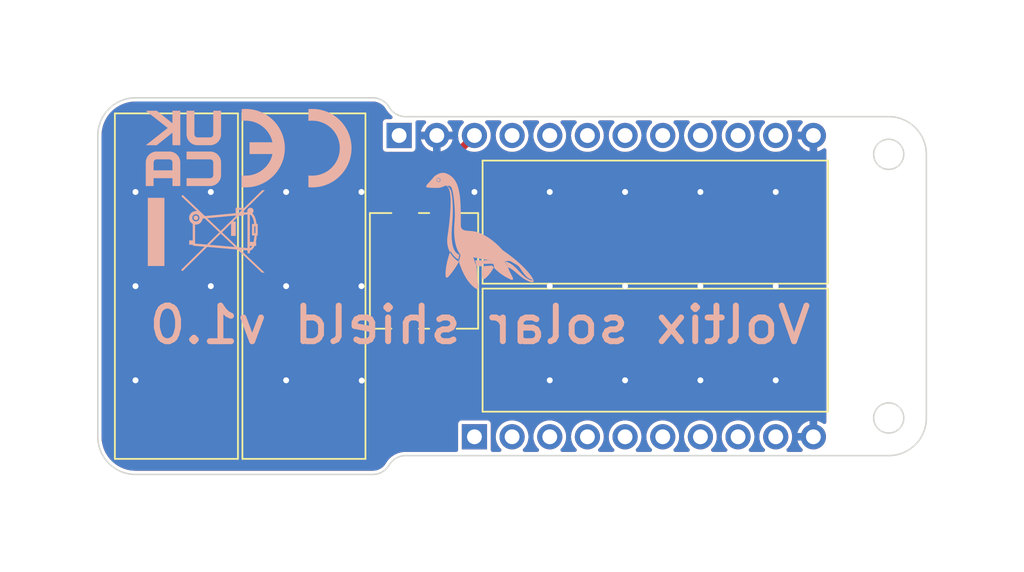
<source format=kicad_pcb>
(kicad_pcb (version 20240108) (generator "pcbnew") (generator_version "8.0")
  (layers (0 "F.Cu" jumper) (31 "B.Cu" signal) (34 "B.Paste" user) (35 "F.Paste" user) (36 "B.SilkS" user "B.Silkscreen") (37 "F.SilkS" user "F.Silkscreen") (38 "B.Mask" user) (39 "F.Mask" user) (44 "Edge.Cuts" user))
  (net 0 "")
  (net 1 "GND")
  (net 12 "/Vharvester")
  (net 21 "Net-(SC1-+)")
  (net 22 "Net-(SC4-+)")
  (footprint "voltix:KikitTab" (layer "F.Cu") (at 187.62 75.18 90)
    (property "Reference" "REF**" (hide yes))
    (property "Value" "Tab")
  )
  (footprint "voltix:AS_KXOB25_23x08" (layer "F.Cu") (at 215.4 66.548)
    (property "Reference" "SC4" (hide yes))
    (property "Value" "KXOB25-05X3F" (hide yes))
  )
  (footprint "voltix:KikitTab" (layer "F.Cu") (at 187.62 49.28 -90)
    (property "Reference" "REF**" (hide yes))
    (property "Value" "Tab")
  )
  (footprint "voltix:KikitTab" (layer "F.Cu") (at 223.86 50.55 -90)
    (property "Reference" "REF**" (hide yes))
    (property "Value" "Tab")
  )
  (footprint "voltix:KikitTab" (layer "F.Cu") (at 233.93 62.23 180)
    (property "Reference" "REF**" (hide yes))
    (property "Value" "Tab")
  )
  (footprint "voltix:AS_KXOB25_23x08" (layer "F.Cu") (at 183.1 62.23 90)
    (property "Reference" "SC3" (hide yes))
    (property "Value" "KXOB25-05X3F" (hide yes))
  )
  (footprint "voltix:AS_KXOB25_23x08" (layer "F.Cu") (at 215.4 57.912)
    (property "Reference" "SC2" (hide yes))
    (property "Value" "KXOB25-05X3F" (hide yes))
  )
  (footprint "voltix:KikitTab" (layer "F.Cu") (at 177.55 62.23)
    (property "Reference" "REF**" (hide yes))
    (property "Value" "Tab")
  )
  (footprint "voltix:TE_1825058-1" (layer "F.Cu") (at 199.8 61.2 90)
    (property "Reference" "SW1")
    (property "Value" "SW_DIP_x02" (hide yes))
  )
  (footprint "voltix:KikitTab" (layer "F.Cu") (at 223.86 73.91 90)
    (property "Reference" "REF**" (hide yes))
    (property "Value" "Tab")
  )
  (footprint "voltix:AS_KXOB25_23x08" (layer "F.Cu") (at 191.7 62.23 90)
    (property "Reference" "SC1" (hide yes))
    (property "Value" "KXOB25-05X3F" (hide yes))
  )
  (footprint "voltix:PinHeader_1x12_P2.54mm_Vertical" (layer "B.Cu") (at 198.12 52.07 -90)
    (property "Reference" "J2" (hide yes))
    (property "Value" "Conn_01x12")
  )
  (footprint "voltix:PinHeader_1x10_P2.54mm_Vertical" (layer "B.Cu") (at 203.2 72.39 -90)
    (property "Reference" "J1" (hide yes))
    (property "Value" "Conn_01x10")
  )
  (gr_poly (pts (xy 188.887627 55.758546) (xy 187.650528 56.973049) (xy 187.650528 56.947768) (xy 187.096993 56.947768) (xy 187.096993 57.309334) (xy 185.025464 57.502401) (xy 183.521374 56.074247) (xy 183.431455 56.168994) (xy 184.48955 57.172042) (xy 184.480222 57.170578) (xy 184.470833 57.169302) (xy 184.461384 57.168216) (xy 184.451877 57.167323) (xy 184.442314 57.166624) (xy 184.432698 57.166122) (xy 184.423029 57.16582) (xy 184.413311 57.165719) (xy 184.389781 57.166313) (xy 184.36656 57.168079) (xy 184.343677 57.170987) (xy 184.32116 57.175008) (xy 184.299039 57.180113) (xy 184.277341 57.186275) (xy 184.256096 57.193463) (xy 184.235332 57.20165) (xy 184.215079 57.210806) (xy 184.195364 57.220903) (xy 184.176217 57.231913) (xy 184.157666 57.243806) (xy 184.13974 57.256553) (xy 184.122467 57.270127) (xy 184.105877 57.284498) (xy 184.089998 57.299637) (xy 184.074859 57.315517) (xy 184.060489 57.332107) (xy 184.046915 57.34938) (xy 184.034168 57.367306) (xy 184.022276 57.385857) (xy 184.011266 57.405004) (xy 184.00117 57.424719) (xy 183.992014 57.444972) (xy 183.983827 57.465736) (xy 183.976639 57.48698) (xy 183.970478 57.508678) (xy 183.965373 57.530798) (xy 183.961352 57.553314) (xy 183.958445 57.576197) (xy 183.956679 57.599417) (xy 183.956084 57.622945) (xy 183.957228 57.655541) (xy 183.960608 57.68752) (xy 183.966148 57.718804) (xy 183.97377 57.749318) (xy 183.983398 57.778983) (xy 183.994955 57.807723) (xy 184.008363 57.835461) (xy 184.023546 57.86212) (xy 184.040427 57.887623) (xy 184.058929 57.911893) (xy 184.078975 57.934853) (xy 184.100488 57.956426) (xy 184.123392 57.976535) (xy 184.147608 57.995103) (xy 184.173061 58.012053) (xy 184.199673 58.027308) (xy 184.199673 59.145437) (xy 183.96082 59.145437) (xy 183.96082 59.439614) (xy 184.200282 59.439614) (xy 184.200817 59.442839) (xy 184.20151 59.44605) (xy 184.202358 59.449242) (xy 184.203354 59.452411) (xy 184.204495 59.45555) (xy 184.205776 59.458654) (xy 184.207191 59.461719) (xy 184.208736 59.464739) (xy 184.212196 59.470623) (xy 184.216117 59.476264) (xy 184.220462 59.48162) (xy 184.22519 59.486649) (xy 184.230265 59.491308) (xy 184.235647 59.495557) (xy 184.241298 59.499352) (xy 184.244212 59.501067) (xy 184.247179 59.502652) (xy 184.250194 59.504103) (xy 184.253252 59.505415) (xy 184.256348 59.506582) (xy 184.259478 59.507598) (xy 184.262636 59.50846) (xy 184.265818 59.50916) (xy 184.269019 59.509695) (xy 184.272235 59.510059) (xy 185.002313 59.572871) (xy 183.414906 61.13128) (xy 183.506451 61.22444) (xy 185.151538 59.607835) (xy 185.151538 59.426385) (xy 184.35841 59.358162) (xy 184.35841 58.076944) (xy 184.365176 58.077699) (xy 184.371972 58.078356) (xy 184.378796 58.078915) (xy 184.385647 58.079374) (xy 184.392525 58.079733) (xy 184.399429 58.079991) (xy 184.406358 58.080146) (xy 184.413311 58.080198) (xy 184.413311 57.860753) (xy 184.401074 57.860444) (xy 184.388998 57.859525) (xy 184.377098 57.858013) (xy 184.365388 57.855922) (xy 184.353884 57.853267) (xy 184.3426 57.850063) (xy 184.331551 57.846325) (xy 184.320752 57.842067) (xy 184.310219 57.837305) (xy 184.299966 57.832054) (xy 184.290008 57.826329) (xy 184.28036 57.820144) (xy 184.271036 57.813514) (xy 184.262053 57.806455) (xy 184.253425 57.798981) (xy 184.245166 57.791108) (xy 184.237293 57.78285) (xy 184.229819 57.774222) (xy 184.222759 57.765239) (xy 184.216129 57.755916) (xy 184.209944 57.746268) (xy 184.204218 57.736309) (xy 184.198966 57.726056) (xy 184.194204 57.715523) (xy 184.189946 57.704724) (xy 184.186208 57.693675) (xy 184.183003 57.68239) (xy 184.180348 57.670885) (xy 184.178257 57.659174) (xy 184.176744 57.647273) (xy 184.175826 57.635196) (xy 184.175517 57.622958) (xy 184.175826 57.610722) (xy 184.176744 57.598646) (xy 184.178257 57.586746) (xy 184.180348 57.575036) (xy 184.183003 57.563531) (xy 184.186208 57.552247) (xy 184.189946 57.541199) (xy 184.194204 57.5304) (xy 184.198966 57.519867) (xy 184.204218 57.509613) (xy 184.209944 57.499655) (xy 184.216129 57.490007) (xy 184.222759 57.480684) (xy 184.229819 57.471701) (xy 184.237293 57.463073) (xy 184.245166 57.454814) (xy 184.253425 57.44694) (xy 184.262053 57.439466) (xy 184.271036 57.432407) (xy 184.28036 57.425777) (xy 184.290008 57.419592) (xy 184.299966 57.413866) (xy 184.310219 57.408614) (xy 184.320752 57.403852) (xy 184.331551 57.399594) (xy 184.3426 57.395855) (xy 184.353884 57.392651) (xy 184.365388 57.389996) (xy 184.377098 57.387904) (xy 184.388998 57.386392) (xy 184.401074 57.385474) (xy 184.413311 57.385164) (xy 184.425548 57.385474) (xy 184.437625 57.386392) (xy 184.449527 57.387904) (xy 184.461237 57.389996) (xy 184.472742 57.392651) (xy 184.484027 57.395855) (xy 184.495076 57.399594) (xy 184.505875 57.403852) (xy 184.516408 57.408614) (xy 184.526662 57.413866) (xy 184.53662 57.419592) (xy 184.546268 57.425777) (xy 184.555591 57.432407) (xy 184.564574 57.439466) (xy 184.573202 57.44694) (xy 184.58146 57.454814) (xy 184.589334 57.463073) (xy 184.596807 57.471701) (xy 184.603866 57.480684) (xy 184.610496 57.490007) (xy 184.616681 57.499655) (xy 184.622406 57.509613) (xy 184.627658 57.519867) (xy 184.632419 57.5304) (xy 184.636677 57.541199) (xy 184.640415 57.552247) (xy 184.643619 57.563531) (xy 184.646274 57.575036) (xy 184.648365 57.586746) (xy 184.649878 57.598646) (xy 184.650796 57.610722) (xy 184.651105 57.622958) (xy 184.650796 57.635196) (xy 184.649878 57.647273) (xy 184.648365 57.659174) (xy 184.646274 57.670885) (xy 184.643619 57.68239) (xy 184.640415 57.693674) (xy 184.636677 57.704724) (xy 184.632419 57.715522) (xy 184.627658 57.726056) (xy 184.622406 57.736309) (xy 184.616681 57.746267) (xy 184.610496 57.755915) (xy 184.603866 57.765238) (xy 184.596807 57.774221) (xy 184.589334 57.782849) (xy 184.58146 57.791108) (xy 184.573202 57.798981) (xy 184.564574 57.806455) (xy 184.555591 57.813514) (xy 184.546268 57.820144) (xy 184.53662 57.826329) (xy 184.526662 57.832054) (xy 184.516408 57.837305) (xy 184.505875 57.842067) (xy 184.495076 57.846325) (xy 184.484027 57.850063) (xy 184.472742 57.853267) (xy 184.461237 57.855922) (xy 184.449527 57.858013) (xy 184.437625 57.859525) (xy 184.425548 57.860444) (xy 184.413311 57.860753) (xy 184.413311 58.080198) (xy 184.435161 58.079685) (xy 184.456746 58.078162) (xy 184.478045 58.075651) (xy 184.499033 58.072176) (xy 184.519687 58.06776) (xy 184.539986 58.062425) (xy 184.559905 58.056194) (xy 184.579422 58.049091) (xy 184.598514 58.041138) (xy 184.617158 58.032359) (xy 184.63533 58.022776) (xy 184.653009 58.012413) (xy 184.67017 58.001291) (xy 184.686792 57.989435) (xy 184.70285 57.976868) (xy 184.718322 57.963611) (xy 184.733186 57.949689) (xy 184.747417 57.935124) (xy 184.760994 57.919939) (xy 184.773893 57.904157) (xy 184.786091 57.887801) (xy 184.797565 57.870894) (xy 184.808292 57.853459) (xy 184.81825 57.835519) (xy 184.827415 57.817097) (xy 184.835764 57.798216) (xy 184.843274 57.778899) (xy 184.849923 57.759169) (xy 184.855687 57.739049) (xy 184.860543 57.718561) (xy 184.864469 57.697729) (xy 184.867442 57.676576) (xy 185.007949 57.663479) (xy 185.994553 58.598768) (xy 185.151538 59.426385) (xy 185.151538 59.607835) (xy 185.172242 59.58749) (xy 187.038824 59.748053) (xy 187.038824 59.58872) (xy 185.321334 59.440977) (xy 186.085782 58.689771) (xy 186.085782 58.509207) (xy 185.178367 57.647604) (xy 187.096993 57.468799) (xy 187.096993 57.486433) (xy 187.127605 57.486433) (xy 186.085782 58.509207) (xy 186.085782 58.689771) (xy 186.088123 58.68747) (xy 187.038824 59.58872) (xy 187.038824 59.748053) (xy 187.223675 59.763954) (xy 188.866407 61.321238) (xy 189.047316 61.321238) (xy 187.425526 59.781323) (xy 187.890623 59.821332) (xy 187.890623 59.661996) (xy 187.241005 59.606116) (xy 186.179232 58.597948) (xy 186.786054 58.001617) (xy 186.786054 58.842357) (xy 187.103554 58.842357) (xy 187.103554 57.87) (xy 186.92 57.87) (xy 187.239735 57.555791) (xy 187.239735 57.296052) (xy 187.239735 57.0867) (xy 187.507758 57.0867) (xy 187.507758 57.113199) (xy 187.330091 57.287626) (xy 187.239735 57.296052) (xy 187.239735 57.555791) (xy 187.310313 57.486433) (xy 187.650501 57.486433) (xy 187.650501 57.417218) (xy 187.890623 57.394848) (xy 187.890623 59.661996) (xy 187.890623 59.821332) (xy 187.897199 59.821897) (xy 187.897199 60.013138) (xy 188.055949 60.013138) (xy 188.055949 59.844876) (xy 188.055949 59.245807) (xy 188.055949 57.401079) (xy 188.071698 57.408472) (xy 188.086923 57.417051) (xy 188.101634 57.426779) (xy 188.115838 57.437616) (xy 188.129545 57.449524) (xy 188.142763 57.462465) (xy 188.1555 57.476401) (xy 188.167765 57.491292) (xy 188.179567 57.507101) (xy 188.190914 57.523788) (xy 188.201816 57.541316) (xy 188.21228 57.559645) (xy 188.231931 57.598556) (xy 188.249936 57.640213) (xy 188.266364 57.684307) (xy 188.281285 57.730532) (xy 188.294766 57.778579) (xy 188.306878 57.828141) (xy 188.317689 57.87891) (xy 188.327269 57.930577) (xy 188.335685 57.982836) (xy 188.343006 58.035365) (xy 188.194842 58.035365) (xy 188.194842 58.815872) (xy 188.353592 58.815872) (xy 188.353592 58.657148) (xy 188.353592 58.194141) (xy 188.426378 58.194141) (xy 188.426378 58.657148) (xy 188.353592 58.657148) (xy 188.353592 58.815872) (xy 188.359703 58.815872) (xy 188.355417 58.868337) (xy 188.350264 58.921821) (xy 188.344176 58.975997) (xy 188.337088 59.030537) (xy 188.328934 59.085115) (xy 188.319646 59.139404) (xy 188.30916 59.193077) (xy 188.297407 59.245807) (xy 188.055949 59.245807) (xy 188.055949 59.844876) (xy 188.055962 59.844872) (xy 188.055962 59.675146) (xy 188.055962 59.517084) (xy 188.200411 59.517084) (xy 188.193012 59.530327) (xy 188.185409 59.543182) (xy 188.177598 59.555637) (xy 188.169577 59.567679) (xy 188.161344 59.579294) (xy 188.152895 59.59047) (xy 188.144228 59.601193) (xy 188.13534 59.611449) (xy 188.126229 59.621227) (xy 188.116891 59.630512) (xy 188.107325 59.639291) (xy 188.097526 59.647552) (xy 188.087494 59.655281) (xy 188.077224 59.662466) (xy 188.066714 59.669092) (xy 188.055962 59.675146) (xy 188.055962 59.844872) (xy 188.059362 59.843745) (xy 188.062914 59.842523) (xy 188.0666 59.841207) (xy 188.070418 59.839793) (xy 188.074363 59.838279) (xy 188.078433 59.836661) (xy 188.082623 59.834937) (xy 188.086931 59.833102) (xy 188.110748 59.821921) (xy 188.133716 59.809388) (xy 188.15585 59.795548) (xy 188.177164 59.780445) (xy 188.197673 59.764124) (xy 188.217394 59.74663) (xy 188.236339 59.728009) (xy 188.254525 59.708305) (xy 188.271966 59.687563) (xy 188.288677 59.665827) (xy 188.304674 59.643144) (xy 188.31997 59.619556) (xy 188.334581 59.595111) (xy 188.348523 59.569851) (xy 188.361808 59.543823) (xy 188.374454 59.517071) (xy 188.479374 59.517071) (xy 188.479374 59.245807) (xy 188.463142 59.245807) (xy 188.474639 59.192465) (xy 188.484818 59.13858) (xy 188.493752 59.084365) (xy 188.501512 59.030036) (xy 188.504655 59.004432) (xy 188.504655 58.035378) (xy 188.343008 58.035378) (xy 188.343006 58.035365) (xy 188.504654 58.035365) (xy 188.504655 58.035378) (xy 188.504655 59.004432) (xy 188.50817 58.975807) (xy 188.513798 58.921894) (xy 188.518467 58.86851) (xy 188.52225 58.815872) (xy 188.585115 58.815872) (xy 188.585115 58.035365) (xy 188.504654 58.035365) (xy 188.489427 57.929763) (xy 188.480098 57.877236) (xy 188.469534 57.825192) (xy 188.457664 57.773855) (xy 188.44442 57.723447) (xy 188.429731 57.67419) (xy 188.413528 57.626307) (xy 188.395741 57.58002) (xy 188.376302 57.535552) (xy 188.355139 57.493126) (xy 188.332184 57.452963) (xy 188.307367 57.415287) (xy 188.280619 57.38032) (xy 188.251869 57.348284) (xy 188.221049 57.319402) (xy 188.230088 57.311889) (xy 188.238694 57.303893) (xy 188.246845 57.295436) (xy 188.254521 57.286537) (xy 188.261701 57.277218) (xy 188.268365 57.267499) (xy 188.274493 57.257401) (xy 188.280062 57.246944) (xy 188.285054 57.236149) (xy 188.289447 57.225037) (xy 188.29322 57.213627) (xy 188.296354 57.201941) (xy 188.298827 57.19) (xy 188.300619 57.177823) (xy 188.301709 57.165432) (xy 188.302077 57.152847) (xy 188.301802 57.141954) (xy 188.300984 57.131204) (xy 188.299638 57.120611) (xy 188.297777 57.110187) (xy 188.295414 57.099946) (xy 188.292562 57.089901) (xy 188.289234 57.080066) (xy 188.285444 57.070454) (xy 188.281206 57.061078) (xy 188.276531 57.051951) (xy 188.271435 57.043087) (xy 188.265929 57.034499) (xy 188.260028 57.026201) (xy 188.253745 57.018205) (xy 188.247092 57.010525) (xy 188.240084 57.003174) (xy 188.232733 56.996165) (xy 188.225053 56.989513) (xy 188.217057 56.983229) (xy 188.208758 56.977328) (xy 188.20017 56.971822) (xy 188.191306 56.966726) (xy 188.182179 56.962052) (xy 188.172803 56.957813) (xy 188.163191 56.954023) (xy 188.153356 56.950696) (xy 188.143311 56.947844) (xy 188.13307 56.94548) (xy 188.122647 56.943619) (xy 188.112053 56.942273) (xy 188.101303 56.941455) (xy 188.090411 56.94118) (xy 188.079519 56.941455) (xy 188.06877 56.942273) (xy 188.058178 56.943619) (xy 188.047754 56.94548) (xy 188.037514 56.947844) (xy 188.02747 56.950696) (xy 188.017635 56.954023) (xy 188.008023 56.957813) (xy 187.998648 56.962052) (xy 187.989521 56.966726) (xy 187.980657 56.971822) (xy 187.972069 56.977328) (xy 187.96377 56.983229) (xy 187.955774 56.989513) (xy 187.948094 56.996165) (xy 187.940742 57.003174) (xy 187.933734 57.010525) (xy 187.927081 57.018205) (xy 187.920797 57.026201) (xy 187.914895 57.034499) (xy 187.909389 57.043087) (xy 187.904292 57.051951) (xy 187.899618 57.061078) (xy 187.895379 57.070454) (xy 187.891589 57.080066) (xy 187.888261 57.089901) (xy 187.885408 57.099946) (xy 187.883045 57.110187) (xy 187.881183 57.120611) (xy 187.879837 57.131204) (xy 187.879019 57.141954) (xy 187.878744 57.152847) (xy 187.878812 57.158288) (xy 187.879017 57.163695) (xy 187.879356 57.169067) (xy 187.879828 57.174402) (xy 187.880431 57.179698) (xy 187.881163 57.184954) (xy 187.882024 57.190168) (xy 187.88301 57.195339) (xy 187.884122 57.200464) (xy 187.885356 57.205543) (xy 187.886712 57.210572) (xy 187.888187 57.215552) (xy 187.889781 57.220479) (xy 187.891491 57.225353) (xy 187.893316 57.230172) (xy 187.895254 57.234934) (xy 187.650514 57.257754) (xy 187.650514 57.152106) (xy 189.068628 55.758546)) (fill solid) (layer "B.SilkS"))
  (gr_poly (pts (xy 185.58344 51.986667) (xy 185.58318 51.997163) (xy 185.582404 52.007587) (xy 185.58112 52.017923) (xy 185.579335 52.028154) (xy 185.577056 52.03826) (xy 185.57429 52.048227) (xy 185.571045 52.058035) (xy 185.567328 52.067668) (xy 185.563145 52.077108) (xy 185.558504 52.086338) (xy 185.553412 52.095341) (xy 185.547877 52.104099) (xy 185.541906 52.112595) (xy 185.535505 52.120812) (xy 185.528682 52.128732) (xy 185.521444 52.136338) (xy 185.513838 52.143575) (xy 185.505918 52.150398) (xy 185.497702 52.156799) (xy 185.489206 52.162771) (xy 185.480448 52.168306) (xy 185.471445 52.173398) (xy 185.462215 52.178038) (xy 185.452774 52.182221) (xy 185.443142 52.185939) (xy 185.433333 52.189184) (xy 185.423367 52.19195) (xy 185.41326 52.194228) (xy 185.40303 52.196013) (xy 185.392694 52.197297) (xy 185.382269 52.198073) (xy 185.371773 52.198333) (xy 184.525106 52.198333) (xy 184.51461 52.198073) (xy 184.504186 52.197297) (xy 184.49385 52.196013) (xy 184.483619 52.194228) (xy 184.473513 52.19195) (xy 184.463546 52.189184) (xy 184.453738 52.185939) (xy 184.444105 52.182221) (xy 184.434665 52.178038) (xy 184.425435 52.173398) (xy 184.416432 52.168306) (xy 184.407674 52.162771) (xy 184.399178 52.156799) (xy 184.390961 52.150398) (xy 184.383041 52.143575) (xy 184.375435 52.136338) (xy 184.368198 52.128732) (xy 184.361375 52.120812) (xy 184.354974 52.112595) (xy 184.349002 52.104099) (xy 184.343467 52.095341) (xy 184.338375 52.086338) (xy 184.333735 52.077108) (xy 184.329552 52.067668) (xy 184.325834 52.058035) (xy 184.322589 52.048227) (xy 184.319823 52.03826) (xy 184.317545 52.028154) (xy 184.31576 52.017923) (xy 184.314476 52.007587) (xy 184.3137 51.997163) (xy 184.31344 51.986667) (xy 184.31344 50.399167) (xy 183.784273 50.399167) (xy 183.784273 51.986667) (xy 183.785184 52.023402) (xy 183.787898 52.059889) (xy 183.792392 52.096065) (xy 183.79864 52.131871) (xy 183.806616 52.167245) (xy 183.816296 52.202127) (xy 183.827654 52.236456) (xy 183.840666 52.270171) (xy 183.855306 52.303212) (xy 183.871548 52.335518) (xy 183.889369 52.367028) (xy 183.908742 52.397681) (xy 183.929643 52.427417) (xy 183.952046 52.456175) (xy 183.975926 52.483895) (xy 184.001258 52.510515) (xy 184.027878 52.535847) (xy 184.055598 52.559727) (xy 184.084356 52.58213) (xy 184.114092 52.603031) (xy 184.144745 52.622404) (xy 184.176255 52.640225) (xy 184.208561 52.656467) (xy 184.241602 52.671107) (xy 184.275317 52.684119) (xy 184.309646 52.695477) (xy 184.344528 52.705157) (xy 184.379902 52.713133) (xy 184.415708 52.719381) (xy 184.451884 52.723875) (xy 184.488371 52.726589) (xy 184.525106 52.7275) (xy 185.371773 52.7275) (xy 185.408509 52.726589) (xy 185.444995 52.723875) (xy 185.481172 52.719381) (xy 185.516977 52.713133) (xy 185.552352 52.705157) (xy 185.587233 52.695477) (xy 185.621562 52.684119) (xy 185.655278 52.671107) (xy 185.688319 52.656467) (xy 185.720624 52.640225) (xy 185.752134 52.622404) (xy 185.782788 52.603031) (xy 185.812524 52.58213) (xy 185.841282 52.559727) (xy 185.869001 52.535847) (xy 185.895621 52.510515) (xy 185.920954 52.483895) (xy 185.944834 52.456175) (xy 185.967237 52.427417) (xy 185.988138 52.397681) (xy 186.007511 52.367028) (xy 186.025331 52.335518) (xy 186.041574 52.303212) (xy 186.056214 52.270171) (xy 186.069225 52.236456) (xy 186.080584 52.202127) (xy 186.090264 52.167245) (xy 186.09824 52.131871) (xy 186.104488 52.096065) (xy 186.108981 52.059889) (xy 186.111696 52.023402) (xy 186.112606 51.986667) (xy 186.112606 50.399167) (xy 185.58344 50.399167)) (fill solid) (layer "B.SilkS"))
  (gr_poly (pts (xy 192.23243 50.278645) (xy 192.199307 50.279268) (xy 192.166197 50.280304) (xy 192.133104 50.281756) (xy 192.100031 50.283621) (xy 192.066984 50.2859) (xy 192.033964 50.288594) (xy 192.000978 50.2917) (xy 192.000978 51.08545) (xy 192.03392 51.081722) (xy 192.066915 51.078584) (xy 192.099955 51.076037) (xy 192.133033 51.074082) (xy 192.16614 51.07272) (xy 192.199269 51.071949) (xy 192.232412 51.071772) (xy 192.265562 51.072188) (xy 192.388982 51.076292) (xy 192.510888 51.088475) (xy 192.630941 51.108542) (xy 192.748803 51.136299) (xy 192.864138 51.171549) (xy 192.976608 51.2141) (xy 193.085875 51.263755) (xy 193.191603 51.32032) (xy 193.293454 51.3836) (xy 193.391091 51.453401) (xy 193.484175 51.529528) (xy 193.572371 51.611786) (xy 193.65534 51.699979) (xy 193.732744 51.793915) (xy 193.804248 51.893396) (xy 193.869513 51.99823) (xy 193.927669 52.107167) (xy 193.978071 52.218832) (xy 194.020718 52.332834) (xy 194.055612 52.448784) (xy 194.082751 52.566293) (xy 194.102137 52.68497) (xy 194.113768 52.804426) (xy 194.117645 52.924272) (xy 194.113768 53.044117) (xy 194.102137 53.163573) (xy 194.082751 53.28225) (xy 194.055612 53.399759) (xy 194.020718 53.515709) (xy 193.978071 53.629711) (xy 193.927669 53.741376) (xy 193.869513 53.850313) (xy 193.837681 53.903387) (xy 193.804248 53.955147) (xy 193.769255 54.005569) (xy 193.732744 54.054628) (xy 193.694758 54.102301) (xy 193.655339 54.148563) (xy 193.614529 54.19339) (xy 193.572371 54.236757) (xy 193.528905 54.27864) (xy 193.484175 54.319015) (xy 193.438223 54.357856) (xy 193.391091 54.395141) (xy 193.34282 54.430845) (xy 193.293454 54.464942) (xy 193.243034 54.49741) (xy 193.191603 54.528223) (xy 193.139203 54.557357) (xy 193.085875 54.584788) (xy 193.031663 54.610491) (xy 192.976608 54.634443) (xy 192.920752 54.656618) (xy 192.864138 54.676993) (xy 192.806807 54.695543) (xy 192.748803 54.712244) (xy 192.690167 54.727071) (xy 192.630941 54.74) (xy 192.571167 54.751007) (xy 192.510888 54.760067) (xy 192.450146 54.767156) (xy 192.388983 54.77225) (xy 192.327441 54.775324) (xy 192.265562 54.776354) (xy 192.232413 54.77677) (xy 192.199269 54.776593) (xy 192.16614 54.775823) (xy 192.133033 54.77446) (xy 192.099955 54.772505) (xy 192.066915 54.769959) (xy 192.03392 54.766821) (xy 192.000978 54.763092) (xy 192.000978 55.556842) (xy 192.033965 55.559949) (xy 192.066984 55.562642) (xy 192.100032 55.564921) (xy 192.133104 55.566787) (xy 192.166197 55.568238) (xy 192.199308 55.569275) (xy 192.23243 55.569897) (xy 192.265562 55.570104) (xy 192.441877 55.564241) (xy 192.616028 55.546837) (xy 192.787532 55.518169) (xy 192.955907 55.478518) (xy 193.120671 55.428159) (xy 193.281342 55.367373) (xy 193.437439 55.296437) (xy 193.588478 55.21563) (xy 193.73398 55.125229) (xy 193.87346 55.025514) (xy 194.006438 54.916761) (xy 194.132432 54.79925) (xy 194.250959 54.673259) (xy 194.361537 54.539066) (xy 194.463685 54.39695) (xy 194.556921 54.247188) (xy 194.64 54.091562) (xy 194.712003 53.932041) (xy 194.772928 53.769181) (xy 194.822776 53.603538) (xy 194.861547 53.435669) (xy 194.88924 53.266131) (xy 194.905856 53.095479) (xy 194.911395 52.924271) (xy 194.905856 52.753063) (xy 194.88924 52.582411) (xy 194.861547 52.412873) (xy 194.822776 52.245004) (xy 194.772928 52.079361) (xy 194.712003 51.9165) (xy 194.64 51.756979) (xy 194.55692 51.601354) (xy 194.511447 51.525535) (xy 194.463685 51.451592) (xy 194.413695 51.379561) (xy 194.361537 51.309476) (xy 194.307271 51.241371) (xy 194.250958 51.175283) (xy 194.192658 51.111244) (xy 194.132431 51.049292) (xy 194.070338 50.989459) (xy 194.006438 50.931781) (xy 193.940792 50.876292) (xy 193.87346 50.823028) (xy 193.804502 50.772024) (xy 193.733979 50.723313) (xy 193.661951 50.676931) (xy 193.588478 50.632912) (xy 193.51362 50.591292) (xy 193.437438 50.552105) (xy 193.359992 50.515385) (xy 193.281342 50.481169) (xy 193.201548 50.44949) (xy 193.12067 50.420383) (xy 193.03877 50.393883) (xy 192.955906 50.370025) (xy 192.87214 50.348843) (xy 192.787531 50.330373) (xy 192.702141 50.314649) (xy 192.616028 50.301706) (xy 192.529253 50.291578) (xy 192.441877 50.284301) (xy 192.35396 50.27991) (xy 192.265562 50.278438)) (fill solid) (layer "B.SilkS"))
  (gr_poly (pts (xy 181.170286 56.273637) (xy 181.170286 60.87306) (xy 182.290281 60.87306) (xy 182.290281 56.273637)) (fill solid) (layer "B.SilkS"))
  (gr_poly (pts (xy 201.578441 59.998814) (xy 201.635239 60.090563) (xy 201.698087 60.178292) (xy 201.766842 60.261664) (xy 201.84136 60.340344) (xy 201.921498 60.413992) (xy 202.007112 60.482273) (xy 202.042211 60.507243) (xy 202.093432 60.543127) (xy 202.14515 60.579011) (xy 202.146961 60.580247) (xy 202.147341 60.582815) (xy 202.150626 60.59267) (xy 202.142008 60.608277) (xy 202.090745 60.696922) (xy 202.036568 60.786939) (xy 201.980158 60.877371) (xy 201.922197 60.96726) (xy 201.863369 61.055649) (xy 201.804354 61.141581) (xy 201.745836 61.224099) (xy 201.688496 61.302245) (xy 201.633016 61.375061) (xy 201.580079 61.441592) (xy 201.530366 61.500878) (xy 201.48456 61.551963) (xy 201.443343 61.59389) (xy 201.407397 61.625702) (xy 201.391613 61.637515) (xy 201.377404 61.64644) (xy 201.372939 61.648766) (xy 201.368474 61.650786) (xy 201.364009 61.652504) (xy 201.359544 61.653923) (xy 201.355079 61.655047) (xy 201.350615 61.655881) (xy 201.34615 61.656428) (xy 201.341685 61.656693) (xy 201.33722 61.656678) (xy 201.332755 61.656388) (xy 201.32829 61.655826) (xy 201.323826 61.654998) (xy 201.319361 61.653905) (xy 201.314896 61.652554) (xy 201.310431 61.650946) (xy 201.305966 61.649086) (xy 201.301596 61.646514) (xy 201.297419 61.643764) (xy 201.293444 61.640842) (xy 201.289678 61.637759) (xy 201.286129 61.63452) (xy 201.282805 61.631134) (xy 201.279713 61.627608) (xy 201.276862 61.623951) (xy 201.274259 61.620169) (xy 201.271911 61.616271) (xy 201.269828 61.612265) (xy 201.268015 61.608158) (xy 201.266481 61.603958) (xy 201.265235 61.599673) (xy 201.264283 61.59531) (xy 201.263633 61.590878) (xy 201.253247 61.490436) (xy 201.250373 61.380797) (xy 201.254273 61.26374) (xy 201.264212 61.141044) (xy 201.279452 61.014488) (xy 201.299259 60.885851) (xy 201.322894 60.756911) (xy 201.349622 60.629448) (xy 201.378707 60.50524) (xy 201.409412 60.386067) (xy 201.441001 60.273708) (xy 201.472736 60.169941) (xy 201.503883 60.076545) (xy 201.533704 59.9953) (xy 201.55246 59.949819)) (fill solid) (layer "B.SilkS"))
  (gr_poly (pts (xy 201.102149 54.58747) (xy 201.145158 54.591275) (xy 201.188431 54.598103) (xy 201.23213 54.607946) (xy 201.276418 54.620796) (xy 201.321458 54.636647) (xy 201.367412 54.655489) (xy 201.414444 54.677316) (xy 201.493047 54.719311) (xy 201.56674 54.765883) (xy 201.635681 54.816972) (xy 201.700029 54.872519) (xy 201.759943 54.932464) (xy 201.815582 54.99675) (xy 201.914672 55.138104) (xy 201.998569 55.296109) (xy 202.068544 55.470291) (xy 202.125868 55.660177) (xy 202.171814 55.865295) (xy 202.207652 56.085172) (xy 202.234653 56.319335) (xy 202.254088 56.56731) (xy 202.267229 56.828626) (xy 202.279714 57.389388) (xy 202.282277 57.997837) (xy 202.282277 58.130128) (xy 202.283114 58.16095) (xy 202.28559 58.189955) (xy 202.289655 58.217201) (xy 202.295259 58.242747) (xy 202.30235 58.266651) (xy 202.31088 58.288973) (xy 202.320798 58.309771) (xy 202.332052 58.329103) (xy 202.344593 58.347029) (xy 202.358371 58.363606) (xy 202.373335 58.378893) (xy 202.389434 58.39295) (xy 202.406618 58.405834) (xy 202.424837 58.417604) (xy 202.444041 58.428319) (xy 202.464179 58.438037) (xy 202.507054 58.454719) (xy 202.553062 58.468118) (xy 202.601798 58.478703) (xy 202.65286 58.486944) (xy 202.705843 58.493308) (xy 202.760347 58.498266) (xy 202.872299 58.505837) (xy 202.978256 58.512658) (xy 203.031591 58.517138) (xy 203.084957 58.522704) (xy 203.138199 58.529634) (xy 203.191163 58.538207) (xy 203.243692 58.548702) (xy 203.269745 58.554758) (xy 203.295632 58.561399) (xy 203.390153 58.590055) (xy 203.483152 58.62225) (xy 203.574534 58.657694) (xy 203.664203 58.696099) (xy 203.752065 58.737174) (xy 203.838023 58.78063) (xy 203.921982 58.826177) (xy 204.003847 58.873525) (xy 204.083522 58.922384) (xy 204.160912 58.972466) (xy 204.235921 59.023479) (xy 204.308454 59.075135) (xy 204.445709 59.179215) (xy 204.571916 59.282389) (xy 204.686308 59.382337) (xy 204.788125 59.476744) (xy 204.8766 59.56329) (xy 204.950972 59.639659) (xy 205.054351 59.752593) (xy 205.092153 59.797003) (xy 205.092393 59.797251) (xy 205.092619 59.797499) (xy 205.092831 59.797745) (xy 205.093031 59.79799) (xy 205.093219 59.798233) (xy 205.093397 59.798474) (xy 205.093724 59.798946) (xy 205.094798 59.800641) (xy 205.094923 59.800823) (xy 205.095048 59.800997) (xy 205.095175 59.801162) (xy 205.095305 59.801318) (xy 205.095439 59.801464) (xy 205.095577 59.8016) (xy 205.095722 59.801726) (xy 205.095873 59.80184) (xy 205.096032 59.801943) (xy 205.0962 59.802033) (xy 205.096378 59.802111) (xy 205.096566 59.802176) (xy 205.096766 59.802227) (xy 205.096978 59.802264) (xy 205.097204 59.802287) (xy 205.097444 59.802295) (xy 205.311746 59.949142) (xy 205.516809 60.097378) (xy 205.712197 60.246093) (xy 205.897478 60.394383) (xy 206.072217 60.541339) (xy 206.235979 60.686055) (xy 206.388332 60.827624) (xy 206.52884 60.965138) (xy 206.65707 61.097692) (xy 206.772587 61.224378) (xy 206.874958 61.34429) (xy 206.963749 61.456519) (xy 207.038524 61.56016) (xy 207.098851 61.654306) (xy 207.144296 61.738049) (xy 207.174423 61.810482) (xy 207.168778 61.815255) (xy 207.162749 61.819639) (xy 207.156325 61.823621) (xy 207.15488 61.824375) (xy 207.155797 61.824477) (xy 207.159977 61.824584) (xy 207.163918 61.824279) (xy 207.167609 61.823537) (xy 207.171038 61.82233) (xy 207.174196 61.820633) (xy 207.17707 61.818419) (xy 207.180899 61.831069) (xy 207.184387 61.843224) (xy 207.187441 61.854882) (xy 207.188776 61.860525) (xy 207.189968 61.866044) (xy 207.191005 61.871439) (xy 207.191875 61.87671) (xy 207.192567 61.881857) (xy 207.193069 61.88688) (xy 207.193369 61.891779) (xy 207.193456 61.896554) (xy 207.193319 61.901205) (xy 207.192945 61.905731) (xy 207.192666 61.908399) (xy 207.192328 61.910945) (xy 207.191935 61.913374) (xy 207.191487 61.91569) (xy 207.19099 61.917895) (xy 207.190445 61.919992) (xy 207.189855 61.921987) (xy 207.189224 61.92388) (xy 207.188554 61.925677) (xy 207.187848 61.927381) (xy 207.187109 61.928994) (xy 207.18634 61.930521) (xy 207.185544 61.931964) (xy 207.184724 61.933327) (xy 207.183882 61.934614) (xy 207.183023 61.935828) (xy 207.182147 61.936972) (xy 207.181259 61.938049) (xy 207.180361 61.939064) (xy 207.179457 61.940019) (xy 207.177639 61.941763) (xy 207.175829 61.943311) (xy 207.17405 61.944687) (xy 207.172326 61.94592) (xy 207.169132 61.948065) (xy 207.165599 61.949987) (xy 207.161949 61.951785) (xy 207.158191 61.95346) (xy 207.154332 61.95501) (xy 207.15038 61.956436) (xy 207.146343 61.957739) (xy 207.142228 61.958917) (xy 207.138043 61.959971) (xy 207.133797 61.960901) (xy 207.129496 61.961707) (xy 207.125149 61.96239) (xy 207.120763 61.962948) (xy 207.116346 61.963382) (xy 207.111906 61.963692) (xy 207.10745 61.963878) (xy 207.102987 61.96394) (xy 207.066979 61.962033) (xy 207.028619 61.956499) (xy 206.98822 61.947615) (xy 206.946097 61.935663) (xy 206.902563 61.920919) (xy 206.857932 61.903664) (xy 206.812518 61.884177) (xy 206.766635 61.862737) (xy 206.720597 61.839622) (xy 206.674718 61.815112) (xy 206.629312 61.789485) (xy 206.584693 61.763022) (xy 206.49907 61.7087) (xy 206.420362 61.654377) (xy 206.370478 61.617439) (xy 206.321928 61.580129) (xy 206.274556 61.542571) (xy 206.228208 61.504888) (xy 206.13796 61.429648) (xy 206.049945 61.355399) (xy 205.971846 61.289299) (xy 205.895949 61.226456) (xy 205.821726 61.167642) (xy 205.785078 61.13999) (xy 205.748651 61.113635) (xy 205.712378 61.088676) (xy 205.676195 61.065209) (xy 205.640035 61.043332) (xy 205.603832 61.02314) (xy 205.567521 61.004731) (xy 205.531036 60.988201) (xy 205.49431 60.973649) (xy 205.461099 60.962457) (xy 205.565757 61.215169) (xy 205.583296 61.249921) (xy 205.600401 61.284829) (xy 205.634549 61.355729) (xy 205.670681 61.429109) (xy 205.690266 61.467117) (xy 205.711278 61.506211) (xy 205.72316 61.527478) (xy 205.734026 61.547645) (xy 205.743915 61.566742) (xy 205.752867 61.5848) (xy 205.76092 61.601851) (xy 205.768112 61.617925) (xy 205.774482 61.633053) (xy 205.78007 61.647266) (xy 205.784913 61.660596) (xy 205.789051 61.673074) (xy 205.792522 61.684729) (xy 205.795366 61.695594) (xy 205.79762 61.705699) (xy 205.799324 61.715076) (xy 205.800517 61.723755) (xy 205.801236 61.731768) (xy 205.801522 61.739144) (xy 205.801412 61.745917) (xy 205.800946 61.752115) (xy 205.800162 61.757771) (xy 205.799098 61.762916) (xy 205.797795 61.767579) (xy 205.79629 61.771794) (xy 205.794622 61.775589) (xy 205.79283 61.778997) (xy 205.790953 61.782049) (xy 205.789029 61.784775) (xy 205.787098 61.787206) (xy 205.783367 61.791309) (xy 205.78007 61.794606) (xy 205.77743 61.797174) (xy 205.774482 61.799428) (xy 205.771246 61.801379) (xy 205.76774 61.80304) (xy 205.763981 61.804421) (xy 205.75999 61.805536) (xy 205.755783 61.806394) (xy 205.751379 61.807009) (xy 205.742055 61.807551) (xy 205.732166 61.807257) (xy 205.721858 61.806218) (xy 205.711278 61.804528) (xy 205.700575 61.80228) (xy 205.689894 61.799567) (xy 205.679385 61.796482) (xy 205.669193 61.793118) (xy 205.659466 61.789568) (xy 205.650351 61.785924) (xy 205.641997 61.782281) (xy 205.634549 61.778731) (xy 205.525269 61.727633) (xy 205.419745 61.673802) (xy 205.318074 61.617607) (xy 205.220352 61.559416) (xy 205.126676 61.499597) (xy 205.037144 61.438519) (xy 204.951851 61.376549) (xy 204.870895 61.314056) (xy 204.794374 61.251408) (xy 204.722383 61.188974) (xy 204.655019 61.12712) (xy 204.59238 61.066216) (xy 204.534563 61.00663) (xy 204.502251 60.971264) (xy 204.492583 60.989571) (xy 204.486966 61.000232) (xy 204.483612 61.006149) (xy 204.443311 61.078161) (xy 204.401932 61.147298) (xy 204.359701 61.213473) (xy 204.316842 61.276602) (xy 204.27358 61.3366) (xy 204.230139 61.393381) (xy 204.186745 61.446859) (xy 204.143623 61.496951) (xy 204.100996 61.543569) (xy 204.05909 61.58663) (xy 204.01813 61.626047) (xy 203.978341 61.661736) (xy 203.939946 61.693612) (xy 203.903172 61.721588) (xy 203.868243 61.74558) (xy 203.835383 61.765502) (xy 203.833368 61.766432) (xy 203.831295 61.767233) (xy 203.829168 61.767903) (xy 203.826991 61.768437) (xy 203.824767 61.768832) (xy 203.8225 61.769083) (xy 203.820195 61.769187) (xy 203.817855 61.76914) (xy 203.815483 61.768938) (xy 203.813085 61.768577) (xy 203.810663 61.768053) (xy 203.808222 61.767362) (xy 203.805766 61.766501) (xy 203.803297 61.765466) (xy 203.800821 61.764252) (xy 203.798341 61.762857) (xy 203.792335 61.759487) (xy 203.78626 61.755374) (xy 203.780168 61.750578) (xy 203.774116 61.745162) (xy 203.768156 61.739189) (xy 203.762344 61.732719) (xy 203.756733 61.725815) (xy 203.751378 61.718539) (xy 203.746333 61.710953) (xy 203.741653 61.703118) (xy 203.737391 61.695098) (xy 203.733601 61.686954) (xy 203.730339 61.678748) (xy 203.727658 61.670542) (xy 203.725613 61.662397) (xy 203.724258 61.654377) (xy 203.719035 61.610113) (xy 203.715215 61.559349) (xy 203.711442 61.442338) (xy 203.712259 61.311375) (xy 203.716982 61.174489) (xy 203.72493 61.039712) (xy 203.73542 60.915074) (xy 203.738979 60.884396) (xy 203.801648 60.881463) (xy 203.94411 60.872988) (xy 204.084091 60.863273) (xy 204.162143 60.857775) (xy 204.238211 60.85302) (xy 204.388362 60.844752) (xy 204.37732 60.82466) (xy 204.366999 60.803204) (xy 204.357376 60.78057) (xy 204.352568 60.767877) (xy 204.347082 60.756003) (xy 204.340047 60.739258) (xy 204.333204 60.721755) (xy 204.306011 60.720729) (xy 204.265966 60.719143) (xy 204.225519 60.718207) (xy 204.18439 60.71845) (xy 204.163482 60.719178) (xy 204.142299 60.720398) (xy 204.1001 60.722801) (xy 204.053747 60.724243) (xy 203.953784 60.725359) (xy 203.852829 60.725979) (xy 203.805235 60.726801) (xy 203.7613 60.728336) (xy 203.754431 60.764693) (xy 203.747771 60.808605) (xy 203.738979 60.884396) (xy 203.729332 60.884848) (xy 203.65621 60.887457) (xy 203.58222 60.889137) (xy 203.5073 60.889731) (xy 203.465049 60.889276) (xy 203.42131 60.888078) (xy 203.328949 60.8845) (xy 203.334781 60.904416) (xy 203.341175 60.932468) (xy 203.346678 60.963108) (xy 203.351402 60.996143) (xy 203.358962 61.068625) (xy 203.364755 61.148362) (xy 203.374636 61.3234) (xy 203.380521 61.415601) (xy 203.388237 61.508856) (xy 203.394748 61.585854) (xy 203.400639 61.664961) (xy 203.412049 61.823049) (xy 203.418313 61.898807) (xy 203.425444 61.970224) (xy 203.433815 62.035687) (xy 203.438583 62.065683) (xy 203.443799 62.093585) (xy 203.447771 62.115162) (xy 203.451264 62.135753) (xy 203.454296 62.155384) (xy 203.456884 62.174077) (xy 203.459046 62.191855) (xy 203.460798 62.208741) (xy 203.46216 62.22476) (xy 203.463147 62.239933) (xy 203.463778 62.254285) (xy 203.46407 62.267838) (xy 203.46404 62.280617) (xy 203.463705 62.292643) (xy 203.463084 62.303941) (xy 203.462194 62.314533) (xy 203.461051 62.324443) (xy 203.459675 62.333695) (xy 203.458081 62.342311) (xy 203.456287 62.350314) (xy 203.454312 62.357728) (xy 203.452171 62.364577) (xy 203.449884 62.370883) (xy 203.447466 62.376669) (xy 203.444936 62.381959) (xy 203.442311 62.386777) (xy 203.439609 62.391145) (xy 203.436846 62.395087) (xy 203.434041 62.398625) (xy 203.431211 62.401784) (xy 203.428373 62.404586) (xy 203.425545 62.407055) (xy 203.422743 62.409214) (xy 203.419987 62.411086) (xy 203.414634 62.414012) (xy 203.409009 62.416361) (xy 203.403132 62.418157) (xy 203.397027 62.419427) (xy 203.390714 62.420196) (xy 203.384216 62.420492) (xy 203.377554 62.420341) (xy 203.370749 62.419768) (xy 203.363825 62.418799) (xy 203.356803 62.417462) (xy 203.349703 62.415781) (xy 203.34255 62.413784) (xy 203.328165 62.408943) (xy 203.313823 62.403149) (xy 203.299698 62.39661) (xy 203.285964 62.389537) (xy 203.272796 62.382138) (xy 203.260369 62.374623) (xy 203.248856 62.367201) (xy 203.238432 62.360081) (xy 203.221549 62.347586) (xy 203.164687 62.303559) (xy 203.109671 62.257406) (xy 203.056469 62.209279) (xy 203.005051 62.159328) (xy 202.907446 62.054569) (xy 202.816613 61.944344) (xy 202.732306 61.829872) (xy 202.654282 61.712369) (xy 202.582296 61.593052) (xy 202.516104 61.473138) (xy 202.455463 61.353844) (xy 202.400127 61.236388) (xy 202.349853 61.121985) (xy 202.304396 61.011854) (xy 202.226959 60.809272) (xy 202.165862 60.638378) (xy 202.150626 60.59267) (xy 202.154606 60.585465) (xy 202.181737 60.603982) (xy 202.180361 60.5771) (xy 202.180156 60.549163) (xy 202.180484 60.538604) (xy 202.189674 60.521961) (xy 202.18899 60.519492) (xy 202.187054 60.515228) (xy 202.182001 60.505818) (xy 202.181051 60.520359) (xy 202.180484 60.538604) (xy 202.154606 60.585465) (xy 202.146961 60.580247) (xy 202.143707 60.558266) (xy 202.140716 60.53426) (xy 202.13833 60.510843) (xy 202.13651 60.488061) (xy 202.135216 60.465962) (xy 202.134411 60.444591) (xy 202.134056 60.423996) (xy 202.134057 60.423663) (xy 202.129663 60.415791) (xy 202.127324 60.411124) (xy 202.126174 60.40819) (xy 202.122259 60.405861) (xy 202.118445 60.403822) (xy 202.114726 60.402052) (xy 202.111095 60.400531) (xy 202.107546 60.399239) (xy 202.104071 60.398155) (xy 202.100664 60.39726) (xy 202.097318 60.396531) (xy 202.090783 60.395497) (xy 202.08441 60.394888) (xy 202.071935 60.394299) (xy 202.065725 60.393993) (xy 202.05946 60.393462) (xy 202.053087 60.392543) (xy 202.049843 60.391888) (xy 202.046551 60.391075) (xy 202.043206 60.390083) (xy 202.039799 60.388893) (xy 202.036324 60.387483) (xy 202.032775 60.385835) (xy 202.029144 60.383926) (xy 202.025425 60.381738) (xy 202.021611 60.379249) (xy 202.017695 60.37644) (xy 201.983551 60.350302) (xy 201.950547 60.323482) (xy 201.918643 60.29598) (xy 201.887801 60.267795) (xy 201.857983 60.238929) (xy 201.829149 60.20938) (xy 201.80126 60.17915) (xy 201.774279 60.148237) (xy 201.748165 60.116642) (xy 201.722881 60.084365) (xy 201.698388 60.051405) (xy 201.674647 60.017764) (xy 201.651618 59.983441) (xy 201.629264 59.948435) (xy 201.607546 59.912747) (xy 201.586425 59.876377) (xy 201.561464 59.927985) (xy 201.55246 59.949819) (xy 201.527836 59.903384) (xy 201.483568 59.804609) (xy 201.44578 59.702827) (xy 201.414616 59.598374) (xy 201.390219 59.491587) (xy 201.372732 59.382805) (xy 201.3623 59.272364) (xy 201.359064 59.160602) (xy 201.363169 59.047855) (xy 201.374758 58.934461) (xy 201.44326 58.454449) (xy 201.498425 57.995867) (xy 201.549714 57.461724) (xy 201.583763 56.904637) (xy 201.590147 56.633932) (xy 201.58721 56.377222) (xy 201.573281 56.141084) (xy 201.546691 55.932097) (xy 201.505768 55.756835) (xy 201.479409 55.683907) (xy 201.448841 55.621878) (xy 201.440499 55.607861) (xy 201.432331 55.594577) (xy 201.424325 55.582014) (xy 201.416471 55.57016) (xy 201.408757 55.559004) (xy 201.40117 55.548533) (xy 201.393699 55.538737) (xy 201.386334 55.529604) (xy 201.379061 55.521122) (xy 201.371869 55.51328) (xy 201.364748 55.506065) (xy 201.357684 55.499467) (xy 201.350667 55.493473) (xy 201.343685 55.488072) (xy 201.336726 55.483252) (xy 201.329779 55.479003) (xy 201.335308 55.480395) (xy 201.341455 55.481152) (xy 201.351495 55.481089) (xy 201.355616 55.482822) (xy 201.36884 55.489205) (xy 201.383025 55.496987) (xy 201.398078 55.506304) (xy 201.413907 55.517291) (xy 201.430417 55.530084) (xy 201.447517 55.544819) (xy 201.465113 55.561631) (xy 201.483112 55.580656) (xy 201.492233 55.591041) (xy 201.501421 55.60203) (xy 201.510662 55.61364) (xy 201.519947 55.625889) (xy 201.529262 55.638792) (xy 201.538597 55.652367) (xy 201.547939 55.666631) (xy 201.557278 55.681601) (xy 201.566601 55.697294) (xy 201.575897 55.713726) (xy 201.585154 55.730916) (xy 201.594361 55.748878) (xy 201.619184 55.80908) (xy 201.642012 55.885583) (xy 201.662769 55.977016) (xy 201.681384 56.082005) (xy 201.697781 56.19918) (xy 201.711889 56.327169) (xy 201.723631 56.464598) (xy 201.732936 56.610097) (xy 201.73973 56.762293) (xy 201.743938 56.919815) (xy 201.745488 57.08129) (xy 201.744305 57.245345) (xy 201.740316 57.410611) (xy 201.733448 57.575713) (xy 201.723626 57.73928) (xy 201.710778 57.899941) (xy 201.684035 58.228195) (xy 201.666501 58.57037) (xy 201.6636 58.742192) (xy 201.665897 58.912112) (xy 201.674355 59.078333) (xy 201.689942 59.239063) (xy 201.71362 59.392507) (xy 201.746357 59.536869) (xy 201.789116 59.670357) (xy 201.814555 59.732461) (xy 201.842862 59.791174) (xy 201.874158 59.846271) (xy 201.908562 59.897528) (xy 201.946196 59.944719) (xy 201.987179 59.987622) (xy 202.031634 60.026012) (xy 202.079679 60.059664) (xy 202.131437 60.088354) (xy 202.187027 60.111857) (xy 202.184382 60.122441) (xy 202.179669 60.13906) (xy 202.168507 60.179988) (xy 202.161902 60.205382) (xy 202.15536 60.23183) (xy 202.149438 60.257657) (xy 202.146884 60.269816) (xy 202.144694 60.281191) (xy 202.140901 60.305437) (xy 202.137666 60.334273) (xy 202.1353 60.367325) (xy 202.134539 60.385316) (xy 202.134111 60.404222) (xy 202.134057 60.423663) (xy 202.137213 60.429315) (xy 202.158917 60.466067) (xy 202.17028 60.485265) (xy 202.180125 60.502324) (xy 202.182001 60.505818) (xy 202.182977 60.490872) (xy 202.185865 60.460889) (xy 202.189644 60.430597) (xy 202.194244 60.40018) (xy 202.199596 60.369825) (xy 202.205631 60.339719) (xy 202.212278 60.310046) (xy 202.218386 60.286482) (xy 203.123654 60.286482) (xy 203.20832 60.53519) (xy 203.327383 60.88444) (xy 203.328949 60.8845) (xy 203.327382 60.879148) (xy 203.253299 60.487565) (xy 203.386293 60.489342) (xy 203.694161 60.48988) (xy 203.718572 60.489542) (xy 204.285098 60.489542) (xy 204.285174 60.499471) (xy 204.285622 60.510887) (xy 204.286528 60.523831) (xy 204.287179 60.530888) (xy 204.287976 60.53834) (xy 204.28893 60.546194) (xy 204.290052 60.554454) (xy 204.291352 60.563125) (xy 204.292841 60.572212) (xy 204.29453 60.581719) (xy 204.296429 60.591651) (xy 204.298549 60.602014) (xy 204.3009 60.612811) (xy 204.303494 60.624049) (xy 204.306341 60.635731) (xy 204.312524 60.658948) (xy 204.319094 60.680948) (xy 204.325944 60.701692) (xy 204.332964 60.721142) (xy 204.333204 60.721755) (xy 204.336878 60.721894) (xy 204.340129 60.732511) (xy 204.348427 60.756944) (xy 204.352568 60.767877) (xy 204.36058 60.785221) (xy 204.37259 60.808485) (xy 204.382243 60.825487) (xy 204.391007 60.83946) (xy 204.433779 60.892884) (xy 204.481663 60.94873) (xy 204.502251 60.971264) (xy 204.507756 60.960839) (xy 204.515884 60.946178) (xy 204.519772 60.93952) (xy 204.523424 60.933595) (xy 204.52675 60.928615) (xy 204.529661 60.924794) (xy 204.532069 60.922346) (xy 204.533055 60.921702) (xy 204.533883 60.921482) (xy 204.529071 60.913091) (xy 204.52453 60.902971) (xy 204.520221 60.891379) (xy 204.516106 60.87857) (xy 204.508303 60.850323) (xy 204.50081 60.820279) (xy 204.493317 60.790482) (xy 204.489473 60.776316) (xy 204.485514 60.76298) (xy 204.481399 60.750729) (xy 204.47709 60.739818) (xy 204.472549 60.730505) (xy 204.470179 60.726527) (xy 204.467737 60.723044) (xy 204.447019 60.723799) (xy 204.426515 60.724124) (xy 204.386006 60.723747) (xy 204.336878 60.721894) (xy 204.332459 60.707458) (xy 204.325393 60.681971) (xy 204.318909 60.656237) (xy 204.307592 60.604767) (xy 204.298321 60.554537) (xy 204.296541 60.543128) (xy 205.237673 60.543128) (xy 205.457277 60.96117) (xy 205.461099 60.962457) (xy 205.457278 60.953231) (xy 205.260403 60.546358) (xy 205.250661 60.545927) (xy 205.237673 60.543128) (xy 204.296541 60.543128) (xy 204.296541 60.543127) (xy 205.25884 60.543127) (xy 205.260403 60.546358) (xy 205.267532 60.546673) (xy 205.268061 60.54665) (xy 205.329616 60.570164) (xy 205.381251 60.591217) (xy 205.44008 60.616549) (xy 205.503373 60.645602) (xy 205.535841 60.661349) (xy 205.568403 60.677817) (xy 205.600716 60.694936) (xy 205.63244 60.712636) (xy 205.663234 60.730849) (xy 205.692757 60.749502) (xy 205.726489 60.772701) (xy 205.761073 60.798419) (xy 205.796308 60.826323) (xy 205.831994 60.85608) (xy 205.867927 60.887356) (xy 205.903907 60.919817) (xy 205.9752 60.986966) (xy 206.04426 61.054858) (xy 206.109476 61.120828) (xy 206.221924 61.236335) (xy 206.35252 61.374373) (xy 206.394675 61.417148) (xy 206.440189 61.46167) (xy 206.488843 61.507162) (xy 206.540416 61.552843) (xy 206.594686 61.597935) (xy 206.651432 61.64166) (xy 206.710434 61.683237) (xy 206.771471 61.721887) (xy 206.802684 61.739872) (xy 206.834322 61.756833) (xy 206.866359 61.772673) (xy 206.898766 61.787294) (xy 206.931516 61.8006) (xy 206.964582 61.812493) (xy 206.997935 61.822875) (xy 207.031549 61.831649) (xy 207.04417 61.834318) (xy 207.056245 61.836382) (xy 207.067785 61.837858) (xy 207.078801 61.838759) (xy 207.089307 61.839103) (xy 207.099312 61.838904) (xy 207.108829 61.838178) (xy 207.117869 61.83694) (xy 207.126444 61.835207) (xy 207.134565 61.832992) (xy 207.142245 61.830313) (xy 207.149494 61.827184) (xy 207.15488 61.824375) (xy 207.15139 61.823984) (xy 207.146766 61.823132) (xy 207.141937 61.821947) (xy 207.136914 61.820454) (xy 207.126328 61.816652) (xy 207.1151 61.811935) (xy 207.103317 61.806513) (xy 207.078445 61.79439) (xy 207.052426 61.781956) (xy 207.039209 61.776147) (xy 207.025973 61.770887) (xy 207.012806 61.766387) (xy 207.006277 61.764488) (xy 206.999798 61.762857) (xy 206.966215 61.753369) (xy 206.93295 61.740908) (xy 206.900027 61.72566) (xy 206.86747 61.707816) (xy 206.835303 61.687563) (xy 206.803549 61.665089) (xy 206.772231 61.640584) (xy 206.741375 61.614235) (xy 206.681139 61.556761) (xy 206.62303 61.494175) (xy 206.56724 61.427985) (xy 206.513957 61.359697) (xy 206.463372 61.290821) (xy 206.415674 61.222864) (xy 206.329699 61.095734) (xy 206.257554 60.990372) (xy 206.227142 60.949622) (xy 206.200757 60.918836) (xy 206.175604 60.894075) (xy 206.148863 60.870317) (xy 206.12068 60.847451) (xy 206.091203 60.825364) (xy 206.060578 60.803943) (xy 206.028953 60.783077) (xy 205.963293 60.742557) (xy 205.826454 60.663224) (xy 205.757631 60.622611) (xy 205.723635 60.601675) (xy 205.690111 60.580169) (xy 205.675477 60.571277) (xy 205.66038 60.563417) (xy 205.644871 60.556535) (xy 205.628998 60.550579) (xy 205.612812 60.545495) (xy 205.596361 60.54123) (xy 205.562863 60.534942) (xy 205.5289 60.53129) (xy 205.494867 60.529847) (xy 205.46116 60.530186) (xy 205.428173 60.531883) (xy 205.365945 60.537639) (xy 205.311343 60.543706) (xy 205.287891 60.54579) (xy 205.268061 60.54665) (xy 205.25884 60.543127) (xy 204.296541 60.543127) (xy 204.290911 60.507036) (xy 204.286055 60.470393) (xy 204.28572 60.473996) (xy 204.285308 60.481064) (xy 204.285098 60.489542) (xy 203.718572 60.489542) (xy 203.870962 60.487436) (xy 204.040228 60.481984) (xy 204.184875 60.472625) (xy 204.225334 60.468124) (xy 204.239429 60.468302) (xy 204.285175 60.463752) (xy 204.286055 60.470393) (xy 204.286249 60.4683) (xy 204.286808 60.463937) (xy 204.287313 60.460869) (xy 204.28782 60.458461) (xy 204.242628 60.4662) (xy 204.225334 60.468124) (xy 204.178292 60.46753) (xy 204.104296 60.46213) (xy 204.019971 60.452797) (xy 203.830458 60.425104) (xy 203.63 60.39) (xy 203.277236 60.319761) (xy 203.123654 60.286482) (xy 202.218386 60.286482) (xy 202.22713 60.252747) (xy 202.243594 60.199417) (xy 202.252256 60.174705) (xy 202.261112 60.151544) (xy 202.216133 60.05894) (xy 202.185312 60.018453) (xy 202.155845 59.975431) (xy 202.100936 59.882129) (xy 202.051329 59.779718) (xy 202.006947 59.668886) (xy 201.967711 59.550318) (xy 201.933546 59.424699) (xy 201.904372 59.292717) (xy 201.880112 59.155057) (xy 201.86069 59.012405) (xy 201.846026 58.865447) (xy 201.836045 58.714869) (xy 201.830668 58.561357) (xy 201.829818 58.405597) (xy 201.833417 58.248275) (xy 201.841388 58.090078) (xy 201.853654 57.93169) (xy 201.865522 57.769326) (xy 201.872573 57.600036) (xy 201.875135 57.425762) (xy 201.873539 57.248445) (xy 201.859188 56.892451) (xy 201.832156 56.547589) (xy 201.795079 56.229391) (xy 201.75059 55.953392) (xy 201.726391 55.836072) (xy 201.701327 55.735127) (xy 201.675729 55.652498) (xy 201.649925 55.590128) (xy 201.640551 55.572635) (xy 201.630807 55.556818) (xy 201.620726 55.542598) (xy 201.610341 55.529899) (xy 201.599684 55.518643) (xy 201.588789 55.508755) (xy 201.577689 55.500156) (xy 201.566416 55.492769) (xy 201.555003 55.486518) (xy 201.543484 55.481326) (xy 201.531892 55.477115) (xy 201.520258 55.473809) (xy 201.508617 55.47133) (xy 201.497001 55.469602) (xy 201.485444 55.468547) (xy 201.473977 55.468089) (xy 201.451448 55.468653) (xy 201.42968 55.470678) (xy 201.389476 55.476646) (xy 201.371567 55.479357) (xy 201.355472 55.481065) (xy 201.351495 55.481089) (xy 201.343446 55.477703) (xy 201.332423 55.473712) (xy 201.328484 55.471324) (xy 201.324599 55.469118) (xy 201.320761 55.46709) (xy 201.316962 55.465237) (xy 201.313193 55.463554) (xy 201.309448 55.462038) (xy 201.305718 55.460685) (xy 201.301996 55.459491) (xy 201.298274 55.458451) (xy 201.294544 55.457563) (xy 201.290799 55.456822) (xy 201.287031 55.456225) (xy 201.283231 55.455767) (xy 201.279393 55.455444) (xy 201.275508 55.455254) (xy 201.271569 55.455191) (xy 201.264561 55.455405) (xy 201.25742 55.456033) (xy 201.25014 55.457057) (xy 201.242713 55.458457) (xy 201.235131 55.460213) (xy 201.227386 55.462307) (xy 201.21947 55.464718) (xy 201.211376 55.467428) (xy 201.194623 55.473665) (xy 201.177063 55.480864) (xy 201.158635 55.488869) (xy 201.139277 55.497524) (xy 201.099073 55.516185) (xy 201.053288 55.535682) (xy 201.001053 55.55487) (xy 200.972246 55.563989) (xy 200.941501 55.5726) (xy 200.90871 55.58056) (xy 200.873764 55.587725) (xy 200.836554 55.593953) (xy 200.796973 55.599099) (xy 200.754911 55.603021) (xy 200.71026 55.605575) (xy 200.662911 55.606616) (xy 200.612757 55.606003) (xy 200.469882 55.603358) (xy 200.360555 55.600397) (xy 200.263011 55.597032) (xy 200.218773 55.594996) (xy 200.17762 55.592614) (xy 200.139599 55.589806) (xy 200.104757 55.58649) (xy 200.073138 55.582586) (xy 200.044791 55.57801) (xy 200.019762 55.572683) (xy 200.008506 55.569712) (xy 199.998097 55.566523) (xy 199.98854 55.563105) (xy 199.979842 55.559448) (xy 199.972008 55.555542) (xy 199.965044 55.551376) (xy 199.958956 55.546942) (xy 199.95375 55.542228) (xy 199.949432 55.537224) (xy 199.946007 55.53192) (xy 199.943867 55.527177) (xy 199.942405 55.521879) (xy 199.941617 55.516032) (xy 199.9415 55.509637) (xy 199.94205 55.5027) (xy 199.943263 55.495225) (xy 199.945134 55.487214) (xy 199.94766 55.478673) (xy 199.950838 55.469604) (xy 199.954662 55.460012) (xy 199.959131 55.449901) (xy 199.964238 55.439275) (xy 199.969981 55.428136) (xy 199.976356 55.416491) (xy 199.983359 55.404341) (xy 199.990986 55.391691) (xy 200.168257 55.20053) (xy 200.286598 55.068898) (xy 200.641862 55.068898) (xy 200.642003 55.074481) (xy 200.642034 55.075706) (xy 200.64236 55.07999) (xy 200.642545 55.082425) (xy 200.642926 55.085419) (xy 200.643386 55.089045) (xy 200.643693 55.090761) (xy 200.64455 55.09556) (xy 200.644654 55.096009) (xy 200.645842 55.101157) (xy 200.646027 55.10196) (xy 200.64723 55.106197) (xy 200.64781 55.108238) (xy 200.648786 55.111123) (xy 200.64989 55.114385) (xy 200.650498 55.115929) (xy 200.652258 55.120392) (xy 200.652355 55.120606) (xy 200.654409 55.125149) (xy 200.654908 55.126252) (xy 200.656597 55.12955) (xy 200.657829 55.131957) (xy 200.658891 55.133803) (xy 200.661014 55.137497) (xy 200.661274 55.137901) (xy 200.661404 55.138104) (xy 200.663797 55.141837) (xy 200.664455 55.142864) (xy 200.666405 55.145605) (xy 200.668144 55.148051) (xy 200.669044 55.149197) (xy 200.671724 55.152606) (xy 200.672071 55.153048) (xy 200.674478 55.155827) (xy 200.676229 55.157848) (xy 200.677185 55.158851) (xy 200.679875 55.161673) (xy 200.680609 55.162443) (xy 200.682541 55.164285) (xy 200.685054 55.16668) (xy 200.685204 55.166823) (xy 200.687547 55.168853) (xy 200.689789 55.170795) (xy 200.690004 55.170981) (xy 200.691938 55.172501) (xy 200.693798 55.173962) (xy 200.695002 55.174908) (xy 200.695375 55.175174) (xy 200.696716 55.176128) (xy 200.697686 55.176818) (xy 200.698275 55.177236) (xy 200.698474 55.177378) (xy 200.700188 55.178597) (xy 200.705556 55.182038) (xy 200.711096 55.185223) (xy 200.7168 55.188145) (xy 200.72266 55.190794) (xy 200.728667 55.193163) (xy 200.734814 55.195243) (xy 200.741092 55.197025) (xy 200.747492 55.198502) (xy 200.754007 55.199666) (xy 200.760628 55.200507) (xy 200.760923 55.20053) (xy 200.767346 55.201018) (xy 200.774154 55.20119) (xy 200.780961 55.201018) (xy 200.787384 55.20053) (xy 200.78768 55.200507) (xy 200.7943 55.199666) (xy 200.800815 55.198502) (xy 200.807215 55.197025) (xy 200.813493 55.195243) (xy 200.81964 55.193163) (xy 200.825648 55.190794) (xy 200.831508 55.188145) (xy 200.837212 55.185223) (xy 200.842752 55.182038) (xy 200.848119 55.178597) (xy 200.849834 55.177378) (xy 200.850032 55.177236) (xy 200.850621 55.176818) (xy 200.851591 55.176128) (xy 200.852933 55.175174) (xy 200.853306 55.174908) (xy 200.85451 55.173962) (xy 200.85637 55.172501) (xy 200.858304 55.170981) (xy 200.858518 55.170795) (xy 200.860761 55.168853) (xy 200.863104 55.166823) (xy 200.863253 55.16668) (xy 200.865766 55.164285) (xy 200.867698 55.162443) (xy 200.868432 55.161673) (xy 200.871122 55.158851) (xy 200.872078 55.157848) (xy 200.87383 55.155827) (xy 200.876236 55.153048) (xy 200.876584 55.152606) (xy 200.879263 55.149197) (xy 200.880164 55.148051) (xy 200.881903 55.145605) (xy 200.883852 55.142864) (xy 200.88451 55.141837) (xy 200.886903 55.138104) (xy 200.887034 55.137901) (xy 200.887293 55.137497) (xy 200.889417 55.133803) (xy 200.890479 55.131957) (xy 200.891711 55.12955) (xy 200.8934 55.126252) (xy 200.893899 55.125149) (xy 200.895953 55.120606) (xy 200.896049 55.120392) (xy 200.897809 55.115929) (xy 200.898418 55.114385) (xy 200.899522 55.111123) (xy 200.900498 55.108238) (xy 200.901077 55.106197) (xy 200.902281 55.10196) (xy 200.902466 55.101157) (xy 200.903654 55.096009) (xy 200.903758 55.09556) (xy 200.904615 55.090761) (xy 200.904921 55.089045) (xy 200.905382 55.085419) (xy 200.905762 55.082425) (xy 200.905948 55.07999) (xy 200.906273 55.075706) (xy 200.906304 55.074481) (xy 200.906445 55.068898) (xy 200.906304 55.063316) (xy 200.906273 55.062091) (xy 200.905948 55.057807) (xy 200.905762 55.055372) (xy 200.905382 55.052378) (xy 200.904921 55.048752) (xy 200.904615 55.047036) (xy 200.903758 55.042237) (xy 200.903654 55.041788) (xy 200.902466 55.03664) (xy 200.902281 55.035837) (xy 200.901077 55.0316) (xy 200.900498 55.029559) (xy 200.900157 55.02855) (xy 200.899522 55.026673) (xy 200.898418 55.023412) (xy 200.897809 55.021868) (xy 200.896049 55.017405) (xy 200.895953 55.017191) (xy 200.893899 55.012648) (xy 200.8934 55.011545) (xy 200.891711 55.008247) (xy 200.890479 55.00584) (xy 200.889417 55.003994) (xy 200.887293 55.0003) (xy 200.887034 54.999896) (xy 200.885017 54.99675) (xy 200.88451 54.99596) (xy 200.883852 54.994933) (xy 200.881903 54.992192) (xy 200.880164 54.989746) (xy 200.879263 54.9886) (xy 200.876584 54.985191) (xy 200.876236 54.984749) (xy 200.87383 54.98197) (xy 200.872078 54.979949) (xy 200.871122 54.978946) (xy 200.868432 54.976124) (xy 200.867698 54.975354) (xy 200.865766 54.973512) (xy 200.863253 54.971117) (xy 200.863104 54.970974) (xy 200.860761 54.968944) (xy 200.858518 54.967002) (xy 200.858304 54.966816) (xy 200.85637 54.965296) (xy 200.85451 54.963835) (xy 200.853306 54.962888) (xy 200.852933 54.962623) (xy 200.851591 54.961669) (xy 200.850621 54.960979) (xy 200.850032 54.96056) (xy 200.849834 54.960419) (xy 200.848119 54.9592) (xy 200.842752 54.955759) (xy 200.837212 54.952574) (xy 200.831508 54.949652) (xy 200.825648 54.947003) (xy 200.81964 54.944634) (xy 200.813493 54.942554) (xy 200.811987 54.942127) (xy 200.807215 54.940772) (xy 200.800815 54.939295) (xy 200.7943 54.938131) (xy 200.78768 54.93729) (xy 200.780961 54.936779) (xy 200.774154 54.936607) (xy 200.767346 54.936779) (xy 200.760628 54.93729) (xy 200.754007 54.938131) (xy 200.747492 54.939295) (xy 200.741092 54.940772) (xy 200.73632 54.942127) (xy 200.734814 54.942554) (xy 200.728667 54.944634) (xy 200.72266 54.947003) (xy 200.7168 54.949652) (xy 200.711096 54.952574) (xy 200.705556 54.955759) (xy 200.700188 54.9592) (xy 200.698474 54.960419) (xy 200.698275 54.96056) (xy 200.697686 54.960979) (xy 200.696716 54.961669) (xy 200.695375 54.962623) (xy 200.695002 54.962888) (xy 200.693798 54.963835) (xy 200.691938 54.965296) (xy 200.690004 54.966816) (xy 200.689789 54.967002) (xy 200.687547 54.968944) (xy 200.685204 54.970974) (xy 200.685054 54.971117) (xy 200.682541 54.973512) (xy 200.680609 54.975354) (xy 200.679875 54.976124) (xy 200.677185 54.978946) (xy 200.676229 54.979949) (xy 200.674478 54.98197) (xy 200.672071 54.984749) (xy 200.671724 54.985191) (xy 200.669044 54.9886) (xy 200.668144 54.989746) (xy 200.666405 54.992192) (xy 200.664455 54.994933) (xy 200.663797 54.99596) (xy 200.663291 54.99675) (xy 200.661274 54.999896) (xy 200.661014 55.0003) (xy 200.658891 55.003994) (xy 200.657829 55.00584) (xy 200.656597 55.008247) (xy 200.654908 55.011545) (xy 200.654409 55.012648) (xy 200.652355 55.017191) (xy 200.652258 55.017405) (xy 200.650498 55.021868) (xy 200.64989 55.023412) (xy 200.648786 55.026673) (xy 200.648151 55.02855) (xy 200.64781 55.029559) (xy 200.64723 55.0316) (xy 200.646027 55.035837) (xy 200.645842 55.03664) (xy 200.644654 55.041788) (xy 200.64455 55.042237) (xy 200.643693 55.047036) (xy 200.643386 55.048752) (xy 200.642926 55.052378) (xy 200.642545 55.055372) (xy 200.64236 55.057807) (xy 200.642034 55.062091) (xy 200.642003 55.063316) (xy 200.641862 55.068898) (xy 200.286598 55.068898) (xy 200.322873 55.02855) (xy 200.39801 54.942127) (xy 200.46459 54.862524) (xy 200.473426 54.852076) (xy 200.483064 54.84157) (xy 200.493501 54.831009) (xy 200.504732 54.820398) (xy 200.516754 54.80974) (xy 200.529563 54.79904) (xy 200.543154 54.788301) (xy 200.557525 54.777527) (xy 200.572671 54.766722) (xy 200.588588 54.75589) (xy 200.605272 54.745035) (xy 200.62272 54.73416) (xy 200.659891 54.712368) (xy 200.700069 54.690545) (xy 200.748031 54.666793) (xy 200.794792 54.646134) (xy 200.840514 54.628561) (xy 200.88536 54.614064) (xy 200.929493 54.602637) (xy 200.973076 54.594272) (xy 201.016271 54.588961) (xy 201.059241 54.586696)) (fill solid) (layer "B.SilkS"))
  (gr_poly (pts (xy 184.567547 57.615011) (xy 184.566951 57.607169) (xy 184.565969 57.59944) (xy 184.564611 57.591835) (xy 184.562886 57.584363) (xy 184.560805 57.577035) (xy 184.558377 57.569859) (xy 184.555611 57.562846) (xy 184.552518 57.556005) (xy 184.549108 57.549346) (xy 184.545389 57.542879) (xy 184.541372 57.536613) (xy 184.537066 57.530558) (xy 184.532481 57.524724) (xy 184.527627 57.51912) (xy 184.522513 57.513756) (xy 184.517149 57.508642) (xy 184.511545 57.503788) (xy 184.505711 57.499203) (xy 184.499656 57.494897) (xy 184.49339 57.49088) (xy 184.486923 57.487161) (xy 184.480264 57.483751) (xy 184.473423 57.480658) (xy 184.46641 57.477893) (xy 184.459234 57.475464) (xy 184.451906 57.473383) (xy 184.444434 57.471659) (xy 184.436829 57.4703) (xy 184.4291 57.469318) (xy 184.421258 57.468722) (xy 184.413311 57.468521) (xy 184.405364 57.468722) (xy 184.397521 57.469318) (xy 184.389793 57.4703) (xy 184.382188 57.471659) (xy 184.374717 57.473383) (xy 184.367389 57.475464) (xy 184.360214 57.477893) (xy 184.353201 57.480658) (xy 184.34636 57.483751) (xy 184.339702 57.487161) (xy 184.333235 57.49088) (xy 184.32697 57.494897) (xy 184.320915 57.499203) (xy 184.315082 57.503788) (xy 184.309478 57.508642) (xy 184.304116 57.513756) (xy 184.299002 57.51912) (xy 184.294149 57.524724) (xy 184.289565 57.530558) (xy 184.285259 57.536613) (xy 184.281243 57.542879) (xy 184.277524 57.549346) (xy 184.274114 57.556005) (xy 184.271022 57.562846) (xy 184.268257 57.569859) (xy 184.265829 57.577035) (xy 184.263748 57.584363) (xy 184.262024 57.591835) (xy 184.260666 57.59944) (xy 184.259684 57.607169) (xy 184.259088 57.615011) (xy 184.258887 57.622958) (xy 184.259088 57.630905) (xy 184.259684 57.638748) (xy 184.260666 57.646476) (xy 184.262024 57.654081) (xy 184.263748 57.661553) (xy 184.265829 57.668881) (xy 184.268257 57.676057) (xy 184.271022 57.68307) (xy 184.274114 57.689911) (xy 184.277524 57.69657) (xy 184.281243 57.703038) (xy 184.285259 57.709304) (xy 184.289565 57.715359) (xy 184.294149 57.721193) (xy 184.299003 57.726797) (xy 184.304116 57.73216) (xy 184.309479 57.737274) (xy 184.315082 57.742128) (xy 184.320915 57.746713) (xy 184.32697 57.751019) (xy 184.333235 57.755036) (xy 184.339702 57.758755) (xy 184.346361 57.762166) (xy 184.353201 57.765259) (xy 184.360214 57.768024) (xy 184.367389 57.770452) (xy 184.374717 57.772533) (xy 184.382188 57.774258) (xy 184.389793 57.775616) (xy 184.397521 57.776598) (xy 184.405364 57.777195) (xy 184.413311 57.777396) (xy 184.421258 57.777195) (xy 184.4291 57.776598) (xy 184.436829 57.775616) (xy 184.444434 57.774258) (xy 184.451905 57.772533) (xy 184.459234 57.770452) (xy 184.46641 57.768024) (xy 184.473423 57.765259) (xy 184.480264 57.762166) (xy 184.486923 57.758755) (xy 184.49339 57.755036) (xy 184.499656 57.751019) (xy 184.505711 57.746713) (xy 184.511545 57.742128) (xy 184.517149 57.737274) (xy 184.522513 57.73216) (xy 184.527627 57.726797) (xy 184.532481 57.721193) (xy 184.537066 57.715359) (xy 184.541372 57.709304) (xy 184.545389 57.703038) (xy 184.549108 57.69657) (xy 184.552518 57.689911) (xy 184.555611 57.68307) (xy 184.558377 57.676057) (xy 184.560805 57.668881) (xy 184.562886 57.661553) (xy 184.564611 57.654081) (xy 184.565969 57.646476) (xy 184.566951 57.638748) (xy 184.567547 57.630905) (xy 184.567748 57.622958)) (fill solid) (layer "B.SilkS"))
  (gr_poly (pts (xy 181.736704 53.151744) (xy 181.700218 53.154458) (xy 181.664041 53.158952) (xy 181.628235 53.1652) (xy 181.592861 53.173176) (xy 181.557979 53.182856) (xy 181.52365 53.194214) (xy 181.489935 53.207226) (xy 181.456894 53.221865) (xy 181.424588 53.238108) (xy 181.393079 53.255929) (xy 181.362425 53.275302) (xy 181.332689 53.296203) (xy 181.303931 53.318606) (xy 181.276212 53.342486) (xy 181.249592 53.367818) (xy 181.224259 53.394438) (xy 181.200379 53.422158) (xy 181.177976 53.450916) (xy 181.157075 53.480652) (xy 181.137702 53.511305) (xy 181.119881 53.542815) (xy 181.103639 53.575121) (xy 181.088999 53.608162) (xy 181.075987 53.641877) (xy 181.064629 53.676206) (xy 181.054949 53.711088) (xy 181.046973 53.746462) (xy 181.040726 53.782268) (xy 181.036232 53.818444) (xy 181.033517 53.854931) (xy 181.032607 53.891667) (xy 181.032607 55.479166) (xy 181.561773 55.479166) (xy 181.561773 54.95) (xy 182.831773 54.95) (xy 182.831773 55.479166) (xy 183.36094 55.479166) (xy 183.36094 54.420833) (xy 182.831773 54.420833) (xy 181.561773 54.420833) (xy 181.561773 53.891667) (xy 181.562033 53.881171) (xy 181.562809 53.870746) (xy 181.564093 53.86041) (xy 181.565878 53.85018) (xy 181.568157 53.840073) (xy 181.570922 53.830106) (xy 181.574168 53.820298) (xy 181.577885 53.810665) (xy 181.582068 53.801225) (xy 181.586709 53.791995) (xy 181.5918 53.782992) (xy 181.597335 53.774234) (xy 181.603307 53.765737) (xy 181.609708 53.757521) (xy 181.616531 53.749601) (xy 181.623769 53.741995) (xy 181.631375 53.734757) (xy 181.639294 53.727935) (xy 181.647511 53.721534) (xy 181.656007 53.715562) (xy 181.664765 53.710027) (xy 181.673768 53.704935) (xy 181.682998 53.700295) (xy 181.692439 53.696112) (xy 181.702072 53.692394) (xy 181.71188 53.689149) (xy 181.721846 53.686383) (xy 181.731953 53.684104) (xy 181.742183 53.682319) (xy 181.752519 53.681035) (xy 181.762944 53.68026) (xy 181.77344 53.68) (xy 182.620106 53.68) (xy 182.630602 53.68026) (xy 182.641027 53.681035) (xy 182.651363 53.682319) (xy 182.661593 53.684104) (xy 182.6717 53.686383) (xy 182.681667 53.689149) (xy 182.691475 53.692394) (xy 182.701108 53.696112) (xy 182.710548 53.700295) (xy 182.719778 53.704935) (xy 182.728781 53.710027) (xy 182.737539 53.715562) (xy 182.746036 53.721534) (xy 182.754252 53.727935) (xy 182.762172 53.734757) (xy 182.769778 53.741995) (xy 182.777016 53.749601) (xy 182.783838 53.757521) (xy 182.790239 53.765737) (xy 182.796211 53.774234) (xy 182.801746 53.782992) (xy 182.806838 53.791995) (xy 182.811478 53.801225) (xy 182.815661 53.810665) (xy 182.819379 53.820298) (xy 182.822624 53.830106) (xy 182.82539 53.840073) (xy 182.827669 53.85018) (xy 182.829454 53.86041) (xy 182.830738 53.870746) (xy 182.831513 53.881171) (xy 182.831773 53.891667) (xy 182.831773 54.420833) (xy 183.36094 54.420833) (xy 183.36094 53.891667) (xy 183.360029 53.854931) (xy 183.357315 53.818444) (xy 183.352821 53.782268) (xy 183.346573 53.746462) (xy 183.338597 53.711088) (xy 183.328917 53.676206) (xy 183.317559 53.641877) (xy 183.304547 53.608162) (xy 183.289908 53.575121) (xy 183.273665 53.542815) (xy 183.255844 53.511305) (xy 183.236471 53.480652) (xy 183.21557 53.450916) (xy 183.193167 53.422157) (xy 183.169287 53.394438) (xy 183.143955 53.367818) (xy 183.117335 53.342486) (xy 183.089615 53.318605) (xy 183.060857 53.296202) (xy 183.031121 53.275302) (xy 183.000468 53.255928) (xy 182.968958 53.238108) (xy 182.936652 53.221865) (xy 182.903611 53.207226) (xy 182.869896 53.194214) (xy 182.835567 53.182856) (xy 182.800685 53.173176) (xy 182.765311 53.1652) (xy 182.729505 53.158952) (xy 182.693329 53.154458) (xy 182.656842 53.151744) (xy 182.620106 53.150833) (xy 181.77344 53.150833)) (fill solid) (layer "B.SilkS"))
  (gr_poly (pts (xy 200.774444 54.96056) (xy 200.779953 54.960979) (xy 200.785382 54.961669) (xy 200.790724 54.962623) (xy 200.795973 54.963835) (xy 200.80112 54.965296) (xy 200.806161 54.967002) (xy 200.811087 54.968944) (xy 200.815892 54.971117) (xy 200.82057 54.973512) (xy 200.825112 54.976124) (xy 200.829514 54.978946) (xy 200.833767 54.98197) (xy 200.837865 54.985191) (xy 200.841801 54.9886) (xy 200.845568 54.992192) (xy 200.84916 54.99596) (xy 200.85257 54.999896) (xy 200.85579 55.003994) (xy 200.858815 55.008247) (xy 200.861636 55.012648) (xy 200.864248 55.017191) (xy 200.866644 55.021868) (xy 200.868816 55.026673) (xy 200.870759 55.0316) (xy 200.872464 55.03664) (xy 200.873926 55.041788) (xy 200.875137 55.047036) (xy 200.876091 55.052378) (xy 200.876781 55.057807) (xy 200.8772 55.063316) (xy 200.877341 55.068898) (xy 200.8772 55.074481) (xy 200.876781 55.07999) (xy 200.876091 55.085419) (xy 200.875137 55.090761) (xy 200.873926 55.096009) (xy 200.872464 55.101157) (xy 200.870759 55.106197) (xy 200.868816 55.111123) (xy 200.866644 55.115929) (xy 200.864248 55.120606) (xy 200.861636 55.125149) (xy 200.858815 55.12955) (xy 200.85579 55.133803) (xy 200.85257 55.137901) (xy 200.84916 55.141837) (xy 200.845568 55.145605) (xy 200.841801 55.149197) (xy 200.837865 55.152606) (xy 200.833767 55.155827) (xy 200.829514 55.158851) (xy 200.825112 55.161673) (xy 200.82057 55.164285) (xy 200.815892 55.16668) (xy 200.811087 55.168853) (xy 200.806161 55.170795) (xy 200.80112 55.172501) (xy 200.795973 55.173962) (xy 200.790724 55.175174) (xy 200.785382 55.176128) (xy 200.779953 55.176818) (xy 200.774444 55.177236) (xy 200.768862 55.177378) (xy 200.76328 55.177236) (xy 200.757771 55.176818) (xy 200.752342 55.176128) (xy 200.747 55.175174) (xy 200.741751 55.173962) (xy 200.736604 55.172501) (xy 200.731563 55.170795) (xy 200.726637 55.168853) (xy 200.721832 55.16668) (xy 200.717154 55.164285) (xy 200.712612 55.161673) (xy 200.70821 55.158851) (xy 200.703957 55.155827) (xy 200.699859 55.152606) (xy 200.695923 55.149197) (xy 200.692156 55.145605) (xy 200.688564 55.141837) (xy 200.685154 55.137901) (xy 200.681934 55.133803) (xy 200.678909 55.12955) (xy 200.676088 55.125149) (xy 200.673476 55.120606) (xy 200.67108 55.115929) (xy 200.668908 55.111123) (xy 200.666965 55.106197) (xy 200.66526 55.101157) (xy 200.663798 55.096009) (xy 200.662587 55.090761) (xy 200.661633 55.085419) (xy 200.660943 55.07999) (xy 200.660524 55.074481) (xy 200.660383 55.068898) (xy 200.660524 55.063316) (xy 200.660943 55.057807) (xy 200.661633 55.052378) (xy 200.662587 55.047036) (xy 200.663798 55.041788) (xy 200.66526 55.03664) (xy 200.666965 55.0316) (xy 200.668908 55.026673) (xy 200.67108 55.021868) (xy 200.673476 55.017191) (xy 200.676088 55.012648) (xy 200.678909 55.008247) (xy 200.681934 55.003994) (xy 200.685154 54.999896) (xy 200.688564 54.99596) (xy 200.692156 54.992192) (xy 200.695923 54.9886) (xy 200.699859 54.985191) (xy 200.703957 54.98197) (xy 200.70821 54.978946) (xy 200.712612 54.976124) (xy 200.717154 54.973512) (xy 200.721832 54.971117) (xy 200.726637 54.968944) (xy 200.731563 54.967002) (xy 200.736604 54.965296) (xy 200.741751 54.963835) (xy 200.747 54.962623) (xy 200.752342 54.961669) (xy 200.757771 54.960979) (xy 200.76328 54.96056) (xy 200.768862 54.960419)) (fill solid) (layer "B.SilkS"))
  (gr_poly (pts (xy 187.734514 50.278645) (xy 187.701391 50.279268) (xy 187.668281 50.280304) (xy 187.635188 50.281756) (xy 187.602115 50.283621) (xy 187.569067 50.2859) (xy 187.536048 50.288594) (xy 187.503062 50.2917) (xy 187.503062 51.08545) (xy 187.536004 51.081722) (xy 187.568998 51.078584) (xy 187.602038 51.076037) (xy 187.635116 51.074082) (xy 187.668224 51.07272) (xy 187.701353 51.071949) (xy 187.734496 51.071772) (xy 187.767645 51.072188) (xy 187.848851 51.073944) (xy 187.929288 51.079183) (xy 188.008873 51.087837) (xy 188.087525 51.099841) (xy 188.165161 51.115129) (xy 188.241699 51.133634) (xy 188.317056 51.15529) (xy 188.391151 51.180032) (xy 188.463902 51.207792) (xy 188.535225 51.238506) (xy 188.673262 51.308526) (xy 188.804604 51.389565) (xy 188.928593 51.481092) (xy 189.044571 51.582578) (xy 189.151881 51.693495) (xy 189.249864 51.813313) (xy 189.295153 51.876394) (xy 189.337863 51.941502) (xy 189.377913 52.008571) (xy 189.41522 52.077534) (xy 189.449702 52.148326) (xy 189.481277 52.22088) (xy 189.509862 52.29513) (xy 189.535375 52.371011) (xy 189.557735 52.448454) (xy 189.576858 52.527396) (xy 188.032229 52.527396) (xy 188.032229 53.321146) (xy 189.576859 53.321146) (xy 189.557735 53.400088) (xy 189.535376 53.477532) (xy 189.509862 53.553412) (xy 189.481277 53.627662) (xy 189.449702 53.700216) (xy 189.41522 53.771008) (xy 189.377913 53.839971) (xy 189.337864 53.90704) (xy 189.295153 53.972148) (xy 189.249864 54.03523) (xy 189.20208 54.096218) (xy 189.151881 54.155047) (xy 189.099351 54.211651) (xy 189.044571 54.265964) (xy 188.987624 54.317919) (xy 188.928593 54.36745) (xy 188.867558 54.414492) (xy 188.804604 54.458977) (xy 188.739811 54.500841) (xy 188.673262 54.540016) (xy 188.605039 54.576437) (xy 188.535225 54.610037) (xy 188.463902 54.64075) (xy 188.391152 54.668511) (xy 188.317056 54.693252) (xy 188.241699 54.714909) (xy 188.165161 54.733414) (xy 188.087525 54.748701) (xy 188.008873 54.760705) (xy 187.929288 54.76936) (xy 187.848851 54.774598) (xy 187.767645 54.776354) (xy 187.734496 54.77677) (xy 187.701353 54.776593) (xy 187.668224 54.775823) (xy 187.635116 54.77446) (xy 187.602038 54.772505) (xy 187.568998 54.769959) (xy 187.536004 54.766821) (xy 187.503062 54.763092) (xy 187.503062 55.556842) (xy 187.536048 55.559949) (xy 187.569067 55.562642) (xy 187.602115 55.564921) (xy 187.635188 55.566787) (xy 187.668281 55.568238) (xy 187.701391 55.569275) (xy 187.734514 55.569897) (xy 187.767645 55.570104) (xy 187.943961 55.564241) (xy 188.118111 55.546837) (xy 188.289615 55.518169) (xy 188.45799 55.478518) (xy 188.622754 55.428159) (xy 188.783425 55.367373) (xy 188.939522 55.296437) (xy 189.090562 55.21563) (xy 189.236063 55.125229) (xy 189.375544 55.025514) (xy 189.508522 54.916761) (xy 189.634515 54.79925) (xy 189.753042 54.673259) (xy 189.863621 54.539066) (xy 189.965768 54.39695) (xy 190.059004 54.247188) (xy 190.142084 54.091562) (xy 190.214087 53.932041) (xy 190.275012 53.769181) (xy 190.32486 53.603538) (xy 190.36363 53.435669) (xy 190.391324 53.266131) (xy 190.40794 53.095479) (xy 190.413478 52.924271) (xy 190.40794 52.753063) (xy 190.391324 52.582411) (xy 190.36363 52.412873) (xy 190.32486 52.245004) (xy 190.275012 52.079361) (xy 190.214086 51.9165) (xy 190.142084 51.756979) (xy 190.059004 51.601354) (xy 190.01353 51.525535) (xy 189.965768 51.451592) (xy 189.915778 51.379561) (xy 189.86362 51.309476) (xy 189.809355 51.241371) (xy 189.753042 51.175283) (xy 189.694742 51.111244) (xy 189.634515 51.049292) (xy 189.572421 50.989459) (xy 189.508521 50.931781) (xy 189.442875 50.876292) (xy 189.375543 50.823028) (xy 189.306586 50.772024) (xy 189.236063 50.723313) (xy 189.164035 50.676931) (xy 189.090562 50.632912) (xy 189.015704 50.591292) (xy 188.939522 50.552105) (xy 188.862075 50.515385) (xy 188.783425 50.481169) (xy 188.703631 50.44949) (xy 188.622754 50.420383) (xy 188.540853 50.393883) (xy 188.45799 50.370025) (xy 188.374223 50.348843) (xy 188.289615 50.330373) (xy 188.204224 50.314649) (xy 188.118111 50.301706) (xy 188.031337 50.291578) (xy 187.94396 50.284301) (xy 187.856043 50.27991) (xy 187.767645 50.278438)) (fill solid) (layer "B.SilkS"))
  (gr_poly (pts (xy 182.831773 51.245833) (xy 181.77344 50.399167) (xy 181.032607 50.399167) (xy 182.514273 51.563333) (xy 181.032607 52.7275) (xy 181.77344 52.7275) (xy 182.831773 51.880833) (xy 182.831773 52.7275) (xy 183.36094 52.7275) (xy 183.36094 50.399167) (xy 182.831773 50.399167)) (fill solid) (layer "B.SilkS"))
  (gr_poly (pts (xy 183.784273 53.68) (xy 185.371773 53.68) (xy 185.382269 53.68026) (xy 185.392694 53.681035) (xy 185.40303 53.682319) (xy 185.41326 53.684104) (xy 185.423367 53.686383) (xy 185.433333 53.689149) (xy 185.443142 53.692394) (xy 185.452774 53.696112) (xy 185.462215 53.700295) (xy 185.471445 53.704935) (xy 185.480448 53.710027) (xy 185.489206 53.715562) (xy 185.497702 53.721534) (xy 185.505918 53.727935) (xy 185.513838 53.734757) (xy 185.521444 53.741995) (xy 185.528682 53.749601) (xy 185.535505 53.757521) (xy 185.541906 53.765737) (xy 185.547877 53.774234) (xy 185.553412 53.782992) (xy 185.558504 53.791995) (xy 185.563145 53.801225) (xy 185.567328 53.810665) (xy 185.571045 53.820298) (xy 185.57429 53.830106) (xy 185.577056 53.840073) (xy 185.579335 53.85018) (xy 185.58112 53.86041) (xy 185.582404 53.870746) (xy 185.58318 53.881171) (xy 185.58344 53.891667) (xy 185.58344 54.738333) (xy 185.58318 54.748829) (xy 185.582404 54.759254) (xy 185.58112 54.76959) (xy 185.579335 54.77982) (xy 185.577056 54.789927) (xy 185.57429 54.799893) (xy 185.571045 54.809701) (xy 185.567328 54.819334) (xy 185.563145 54.828775) (xy 185.558504 54.838005) (xy 185.553412 54.847008) (xy 185.547877 54.855766) (xy 185.541906 54.864262) (xy 185.535505 54.872479) (xy 185.528682 54.880398) (xy 185.521444 54.888004) (xy 185.513838 54.895242) (xy 185.505918 54.902065) (xy 185.497702 54.908466) (xy 185.489206 54.914438) (xy 185.480448 54.919973) (xy 185.471445 54.925064) (xy 185.462215 54.929705) (xy 185.452774 54.933888) (xy 185.443142 54.937605) (xy 185.433333 54.940851) (xy 185.423367 54.943616) (xy 185.41326 54.945895) (xy 185.40303 54.94768) (xy 185.392694 54.948964) (xy 185.382269 54.94974) (xy 185.371773 54.95) (xy 183.784273 54.95) (xy 183.784273 55.479166) (xy 185.371773 55.479166) (xy 185.408509 55.478256) (xy 185.444995 55.475541) (xy 185.481172 55.471047) (xy 185.516977 55.4648) (xy 185.552352 55.456824) (xy 185.587233 55.447144) (xy 185.621562 55.435786) (xy 185.655278 55.422774) (xy 185.688319 55.408134) (xy 185.720624 55.391892) (xy 185.752134 55.374071) (xy 185.782788 55.354698) (xy 185.812524 55.333797) (xy 185.841282 55.311394) (xy 185.869001 55.287514) (xy 185.895621 55.262181) (xy 185.920954 55.235561) (xy 185.944834 55.207842) (xy 185.967237 55.179084) (xy 185.988138 55.149348) (xy 186.007511 55.118694) (xy 186.025331 55.087185) (xy 186.041574 55.054879) (xy 186.056214 55.021838) (xy 186.069225 54.988123) (xy 186.080584 54.953794) (xy 186.090264 54.918912) (xy 186.09824 54.883538) (xy 186.104488 54.847732) (xy 186.108981 54.811555) (xy 186.111696 54.775069) (xy 186.112606 54.738333) (xy 186.112606 53.891667) (xy 186.111696 53.854931) (xy 186.108981 53.818444) (xy 186.104488 53.782268) (xy 186.09824 53.746462) (xy 186.090264 53.711088) (xy 186.080584 53.676206) (xy 186.069225 53.641877) (xy 186.056214 53.608162) (xy 186.041574 53.575121) (xy 186.025331 53.542815) (xy 186.007511 53.511305) (xy 185.988138 53.480652) (xy 185.967237 53.450916) (xy 185.944834 53.422157) (xy 185.920954 53.394438) (xy 185.895621 53.367818) (xy 185.869001 53.342486) (xy 185.841282 53.318605) (xy 185.812524 53.296202) (xy 185.782788 53.275302) (xy 185.752134 53.255928) (xy 185.720624 53.238108) (xy 185.688319 53.221865) (xy 185.655278 53.207226) (xy 185.621562 53.194214) (xy 185.587233 53.182856) (xy 185.552352 53.173176) (xy 185.516977 53.1652) (xy 185.481172 53.158952) (xy 185.444995 53.154458) (xy 185.408509 53.151744) (xy 185.371773 53.150833) (xy 183.784273 53.150833)) (fill solid) (layer "B.SilkS"))
  (gr_line (start 231.14 50.8) (end 198.56236 50.8) (stroke (width 0.1)) (layer "Edge.Cuts"))
  (gr_arc (start 197.45218 74.295) (mid 196.981477 74.760035) (end 196.342 74.93) (stroke (width 0.1)) (layer "Edge.Cuts"))
  (gr_line (start 180.34 49.53) (end 196.342 49.53) (stroke (width 0.1)) (layer "Edge.Cuts"))
  (gr_circle (center 231.14 71.12) (end 231.14 70.104) (stroke (width 0.1)) (fill none) (layer "Edge.Cuts"))
  (gr_line (start 180.34 74.93) (end 196.342 74.93) (stroke (width 0.1)) (layer "Edge.Cuts"))
  (gr_arc (start 180.34 74.93) (mid 178.543949 74.186051) (end 177.8 72.39) (stroke (width 0.1)) (layer "Edge.Cuts"))
  (gr_arc (start 198.56236 50.8) (mid 197.922883 50.630035) (end 197.45218 50.165) (stroke (width 0.1)) (layer "Edge.Cuts"))
  (gr_arc (start 231.14 50.8) (mid 232.936051 51.543949) (end 233.68 53.34) (stroke (width 0.1)) (layer "Edge.Cuts"))
  (gr_line (start 233.68 71.12) (end 233.68 53.34) (stroke (width 0.1)) (layer "Edge.Cuts"))
  (gr_arc (start 197.45218 74.295) (mid 197.922884 73.829967) (end 198.56236 73.66) (stroke (width 0.1)) (layer "Edge.Cuts"))
  (gr_line (start 198.56236 73.66) (end 231.14 73.66) (stroke (width 0.1)) (layer "Edge.Cuts"))
  (gr_arc (start 196.342 49.53) (mid 196.981477 49.699965) (end 197.45218 50.165) (stroke (width 0.1)) (layer "Edge.Cuts"))
  (gr_line (start 177.8 52.07) (end 177.8 72.39) (stroke (width 0.1)) (layer "Edge.Cuts"))
  (gr_circle (center 231.14 53.34) (end 231.14 52.324) (stroke (width 0.1)) (fill none) (layer "Edge.Cuts"))
  (gr_arc (start 233.68 71.12) (mid 232.936051 72.916051) (end 231.14 73.66) (stroke (width 0.1)) (layer "Edge.Cuts"))
  (gr_arc (start 177.8 52.07) (mid 178.543949 50.273949) (end 180.34 49.53) (stroke (width 0.1)) (layer "Edge.Cuts"))
  (gr_text "Voltix solar shield v1.0" (at 203.567478 64.853594 0) (layer "B.SilkS") (effects (font (size 2.4 2.5) (thickness 0.4)) (justify mirror)))
  (via (at 185.42 55.88) (size 0.8) (drill 0.4) (layers "F.Cu" "B.Cu") (net 1))
  (via (at 223.52 68.58) (size 0.8) (drill 0.4) (layers "F.Cu" "B.Cu") (net 1))
  (via (at 180.34 62.23) (size 0.8) (drill 0.4) (layers "F.Cu" "B.Cu") (net 1))
  (via (at 195.58 62.23) (size 0.8) (drill 0.4) (layers "F.Cu" "B.Cu") (net 1))
  (via (at 203.2 55.88) (size 0.8) (drill 0.4) (layers "F.Cu" "B.Cu") (net 1))
  (via (at 213.36 62.23) (size 0.8) (drill 0.4) (layers "F.Cu" "B.Cu") (net 1))
  (via (at 180.34 55.88) (size 0.8) (drill 0.4) (layers "F.Cu" "B.Cu") (net 1))
  (via (at 213.36 55.88) (size 0.8) (drill 0.4) (layers "F.Cu" "B.Cu") (net 1))
  (via (at 195.6 68.6) (size 0.8) (drill 0.4) (layers "F.Cu" "B.Cu") (net 1))
  (via (at 218.44 68.58) (size 0.8) (drill 0.4) (layers "F.Cu" "B.Cu") (net 1))
  (via (at 208.28 68.58) (size 0.8) (drill 0.4) (layers "F.Cu" "B.Cu") (net 1))
  (via (at 218.44 55.88) (size 0.8) (drill 0.4) (layers "F.Cu" "B.Cu") (net 1))
  (via (at 185.42 62.23) (size 0.8) (drill 0.4) (layers "F.Cu" "B.Cu") (net 1))
  (via (at 190.5 55.88) (size 0.8) (drill 0.4) (layers "F.Cu" "B.Cu") (net 1))
  (via (at 195.58 55.88) (size 0.8) (drill 0.4) (layers "F.Cu" "B.Cu") (net 1))
  (via (at 208.28 55.88) (size 0.8) (drill 0.4) (layers "F.Cu" "B.Cu") (net 1))
  (via (at 208.28 62.23) (size 0.8) (drill 0.4) (layers "F.Cu" "B.Cu") (net 1))
  (via (at 223.52 62.23) (size 0.8) (drill 0.4) (layers "F.Cu" "B.Cu") (net 1))
  (via (at 180.34 68.58) (size 0.8) (drill 0.4) (layers "F.Cu" "B.Cu") (net 1))
  (via (at 213.36 68.58) (size 0.8) (drill 0.4) (layers "F.Cu" "B.Cu") (net 1))
  (via (at 190.5 62.23) (size 0.8) (drill 0.4) (layers "F.Cu" "B.Cu") (net 1))
  (via (at 223.52 55.88) (size 0.8) (drill 0.4) (layers "F.Cu" "B.Cu") (net 1))
  (via (at 218.44 62.23) (size 0.8) (drill 0.4) (layers "F.Cu" "B.Cu") (net 1))
  (via (at 190.5 68.58) (size 0.8) (drill 0.4) (layers "F.Cu" "B.Cu") (net 1))
  (segment (start 201.07 57.07) (end 201.07 54.2) (width 0.5) (layer "F.Cu") (net 12))
  (segment (start 198.53 57.07) (end 198.53 54.97) (width 0.5) (layer "F.Cu") (net 12))
  (segment (start 198.53 54.97) (end 199.3 54.2) (width 0.5) (layer "F.Cu") (net 12))
  (segment (start 199.3 54.2) (end 201.07 54.2) (width 0.5) (layer "F.Cu") (net 12))
  (segment (start 201.07 54.2) (end 203.2 52.07) (width 0.5) (layer "F.Cu") (net 12))
  (segment (start 202.2 61.35) (end 198.53 65.02) (width 0.5) (layer "F.Cu") (net 21))
  (segment (start 191.78 65.33) (end 198.53 65.33) (width 0.5) (layer "F.Cu") (net 21))
  (segment (start 204.9 60.6) (end 204.15 61.35) (width 0.5) (layer "F.Cu") (net 21))
  (segment (start 198.53 65.02) (end 198.53 65.33) (width 0.5) (layer "F.Cu") (net 21))
  (segment (start 191.7 65.41) (end 191.78 65.33) (width 0.5) (layer "F.Cu") (net 21))
  (segment (start 183.1 72.73) (end 183.1 69.25) (width 0.5) (layer "F.Cu") (net 21))
  (segment (start 204.15 61.35) (end 202.2 61.35) (width 0.5) (layer "F.Cu") (net 21))
  (segment (start 187.02 65.33) (end 191.78 65.33) (width 0.5) (layer "F.Cu") (net 21))
  (segment (start 204.9 57.912) (end 204.9 60.6) (width 0.5) (layer "F.Cu") (net 21))
  (segment (start 183.1 69.25) (end 187.02 65.33) (width 0.5) (layer "F.Cu") (net 21))
  (segment (start 191.7 72.73) (end 191.7 65.41) (width 0.5) (layer "F.Cu") (net 21))
  (segment (start 204.4 63.9) (end 202.25 63.9) (width 0.5) (layer "F.Cu") (net 22))
  (segment (start 204.9 64.4) (end 204.4 63.9) (width 0.5) (layer "F.Cu") (net 22))
  (segment (start 201.07 65.08) (end 201.07 65.33) (width 0.5) (layer "F.Cu") (net 22))
  (segment (start 202.25 63.9) (end 201.07 65.08) (width 0.5) (layer "F.Cu") (net 22))
  (segment (start 204.9 66.548) (end 204.9 64.4) (width 0.5) (layer "F.Cu") (net 22))
  (zone (net 1) (net_name "GND") (layers "F&B.Cu") (connect_pads thru_hole_only (clearance 0.254)) (min_thickness 0.254) (fill yes (thermal_gap 0.254) (thermal_bridge_width 0.508))
    (polygon (pts (xy 198.12 50.8) (xy 226.93 50.8) (xy 226.93 73.66) (xy 198.12 73.66) (xy 198.12 74.93) (xy 177.8 74.93) (xy 177.8 49.53) (xy 198.12 49.53)))
  )
)
</source>
